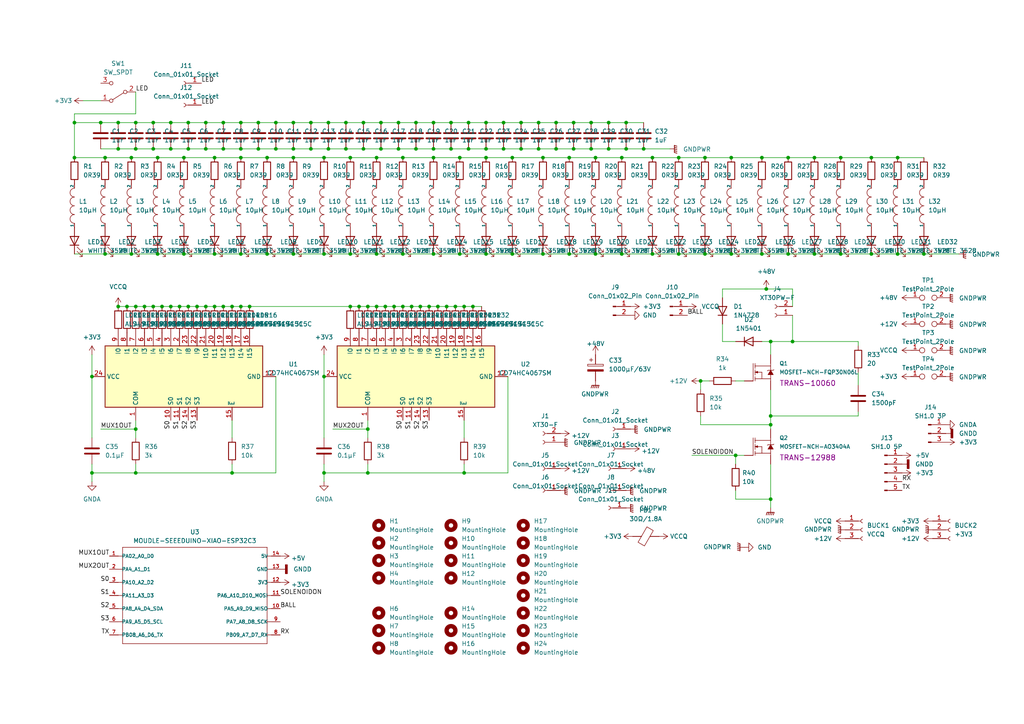
<source format=kicad_sch>
(kicad_sch (version 20230121) (generator eeschema)
  (paper "A4")
  (title_block (title "layer 1 schematic drawing") (date "2024-01-02") (rev "1.1") (company "8076ducc Robotics Competition Team"))
  (junction (at 121.92 88.9))
  (junction (at 171.45 35.56))
  (junction (at 125.73 35.56))
  (junction (at 52.07 88.9))
  (junction (at 137.16 88.9))
  (junction (at 243.84 73.66))
  (junction (at 222.25 83.82))
  (junction (at 116.84 45.72))
  (junction (at 146.05 35.56))
  (junction (at 62.23 88.9))
  (junction (at 100.33 43.18))
  (junction (at 120.65 43.18))
  (junction (at 135.89 43.18))
  (junction (at 106.68 88.9))
  (junction (at 212.09 73.66))
  (junction (at 186.69 43.18))
  (junction (at 54.61 35.56))
  (junction (at 229.87 99.06))
  (junction (at 21.59 45.72))
  (junction (at 59.69 88.9))
  (junction (at 161.29 43.18))
  (junction (at 260.35 73.66))
  (junction (at 64.77 43.18))
  (junction (at 133.35 73.66))
  (junction (at 101.6 88.9))
  (junction (at 125.73 45.72))
  (junction (at 39.37 88.9))
  (junction (at 69.85 35.56))
  (junction (at 140.97 35.56))
  (junction (at 135.89 35.56))
  (junction (at 85.09 35.56))
  (junction (at 124.46 88.9))
  (junction (at 110.49 43.18))
  (junction (at 59.69 43.18))
  (junction (at 204.47 45.72))
  (junction (at 30.48 73.66))
  (junction (at 213.36 132.08))
  (junction (at 116.84 73.66))
  (junction (at 130.81 35.56))
  (junction (at 53.34 73.66))
  (junction (at 26.67 137.16))
  (junction (at 45.72 73.66))
  (junction (at 36.83 88.9))
  (junction (at 39.37 35.56))
  (junction (at 172.72 73.66))
  (junction (at 166.37 35.56))
  (junction (at 212.09 45.72))
  (junction (at 49.53 43.18))
  (junction (at 156.21 35.56))
  (junction (at 228.6 45.72))
  (junction (at 93.98 73.66))
  (junction (at 236.22 73.66))
  (junction (at 77.47 45.72))
  (junction (at 243.84 45.72))
  (junction (at 125.73 73.66))
  (junction (at 180.34 73.66))
  (junction (at 44.45 88.9))
  (junction (at 74.93 43.18))
  (junction (at 148.59 45.72))
  (junction (at 223.52 99.06))
  (junction (at 260.35 45.72))
  (junction (at 116.84 88.9))
  (junction (at 105.41 43.18))
  (junction (at 59.69 35.56))
  (junction (at 105.41 35.56))
  (junction (at 220.98 73.66))
  (junction (at 172.72 45.72))
  (junction (at 69.85 45.72))
  (junction (at 29.21 35.56))
  (junction (at 90.17 35.56))
  (junction (at 134.62 137.16))
  (junction (at 115.57 35.56))
  (junction (at 140.97 45.72))
  (junction (at 120.65 35.56))
  (junction (at 38.1 45.72))
  (junction (at 64.77 88.9))
  (junction (at 95.25 43.18))
  (junction (at 130.81 43.18))
  (junction (at 34.29 43.18))
  (junction (at 67.31 137.16))
  (junction (at 26.67 109.22))
  (junction (at 49.53 35.56))
  (junction (at 85.09 73.66))
  (junction (at 127 88.9))
  (junction (at 151.13 35.56))
  (junction (at 157.48 73.66))
  (junction (at 72.39 88.9))
  (junction (at 67.31 88.9))
  (junction (at 140.97 43.18))
  (junction (at 101.6 45.72))
  (junction (at 57.15 88.9))
  (junction (at 41.91 88.9))
  (junction (at 176.53 35.56))
  (junction (at 85.09 43.18))
  (junction (at 34.29 35.56))
  (junction (at 119.38 88.9))
  (junction (at 223.52 144.78))
  (junction (at 156.21 43.18))
  (junction (at 196.85 45.72))
  (junction (at 104.14 88.9))
  (junction (at 223.52 123.19))
  (junction (at 85.09 45.72))
  (junction (at 45.72 45.72))
  (junction (at 228.6 73.66))
  (junction (at 189.23 73.66))
  (junction (at 74.93 35.56))
  (junction (at 39.37 43.18))
  (junction (at 176.53 43.18))
  (junction (at 236.22 45.72))
  (junction (at 93.98 109.22))
  (junction (at 204.47 73.66))
  (junction (at 106.68 137.16))
  (junction (at 125.73 43.18))
  (junction (at 38.1 73.66))
  (junction (at 80.01 43.18))
  (junction (at 146.05 43.18))
  (junction (at 53.34 45.72))
  (junction (at 223.52 120.65))
  (junction (at 69.85 88.9))
  (junction (at 252.73 73.66))
  (junction (at 133.35 45.72))
  (junction (at 189.23 45.72))
  (junction (at 109.22 73.66))
  (junction (at 62.23 45.72))
  (junction (at 54.61 43.18))
  (junction (at 157.48 45.72))
  (junction (at 171.45 43.18))
  (junction (at 140.97 73.66))
  (junction (at 39.37 124.46))
  (junction (at 111.76 88.9))
  (junction (at 69.85 73.66))
  (junction (at 49.53 88.9))
  (junction (at 34.29 88.9))
  (junction (at 109.22 45.72))
  (junction (at 129.54 88.9))
  (junction (at 220.98 45.72))
  (junction (at 161.29 35.56))
  (junction (at 165.1 45.72))
  (junction (at 46.99 88.9))
  (junction (at 151.13 43.18))
  (junction (at 114.3 88.9))
  (junction (at 54.61 88.9))
  (junction (at 196.85 73.66))
  (junction (at 64.77 35.56))
  (junction (at 95.25 35.56))
  (junction (at 39.37 137.16))
  (junction (at 93.98 137.16))
  (junction (at 203.2 110.49))
  (junction (at 148.59 73.66))
  (junction (at 69.85 43.18))
  (junction (at 62.23 73.66))
  (junction (at 30.48 45.72))
  (junction (at 132.08 88.9))
  (junction (at 90.17 43.18))
  (junction (at 93.98 45.72))
  (junction (at 101.6 73.66))
  (junction (at 44.45 43.18))
  (junction (at 115.57 43.18))
  (junction (at 77.47 73.66))
  (junction (at 110.49 35.56))
  (junction (at 44.45 35.56))
  (junction (at 134.62 88.9))
  (junction (at 267.97 73.66))
  (junction (at 100.33 35.56))
  (junction (at 181.61 35.56))
  (junction (at 165.1 73.66))
  (junction (at 21.59 35.56))
  (junction (at 109.22 88.9))
  (junction (at 166.37 43.18))
  (junction (at 106.68 124.46))
  (junction (at 180.34 45.72))
  (junction (at 181.61 43.18))
  (junction (at 252.73 45.72))
  (junction (at 80.01 35.56))
  (wire (pts (xy 24.13 29.21) (xy 29.21 29.21)))
  (wire (pts (xy 229.87 99.06) (xy 223.52 99.06)))
  (wire (pts (xy 72.39 88.9) (xy 101.6 88.9)))
  (wire (pts (xy 229.87 83.82) (xy 229.87 88.9)))
  (wire (pts (xy 140.97 35.56) (xy 146.05 35.56)))
  (wire (pts (xy 34.29 88.9) (xy 36.83 88.9)))
  (wire (pts (xy 116.84 73.66) (xy 125.73 73.66)))
  (wire (pts (xy 220.98 45.72) (xy 228.6 45.72)))
  (wire (pts (xy 171.45 43.18) (xy 176.53 43.18)))
  (wire (pts (xy 146.05 35.56) (xy 151.13 35.56)))
  (wire (pts (xy 134.62 88.9) (xy 137.16 88.9)))
  (wire (pts (xy 129.54 88.9) (xy 132.08 88.9)))
  (wire (pts (xy 203.2 120.65) (xy 203.2 123.19)))
  (wire (pts (xy 21.59 33.02) (xy 39.37 33.02)))
  (wire (pts (xy 243.84 45.72) (xy 252.73 45.72)))
  (wire (pts (xy 64.77 88.9) (xy 67.31 88.9)))
  (wire (pts (xy 30.48 45.72) (xy 38.1 45.72)))
  (wire (pts (xy 127 88.9) (xy 129.54 88.9)))
  (wire (pts (xy 59.69 43.18) (xy 64.77 43.18)))
  (wire (pts (xy 204.47 45.72) (xy 212.09 45.72)))
  (wire (pts (xy 59.69 88.9) (xy 62.23 88.9)))
  (wire (pts (xy 106.68 121.92) (xy 106.68 124.46)))
  (wire (pts (xy 248.92 120.65) (xy 223.52 120.65)))
  (wire (pts (xy 77.47 45.72) (xy 85.09 45.72)))
  (wire (pts (xy 189.23 73.66) (xy 196.85 73.66)))
  (wire (pts (xy 80.01 137.16) (xy 67.31 137.16)))
  (wire (pts (xy 248.92 99.06) (xy 229.87 99.06)))
  (wire (pts (xy 203.2 110.49) (xy 205.74 110.49)))
  (wire (pts (xy 115.57 35.56) (xy 120.65 35.56)))
  (wire (pts (xy 93.98 109.22) (xy 93.98 127)))
  (wire (pts (xy 147.32 109.22) (xy 147.32 137.16)))
  (wire (pts (xy 213.36 134.62) (xy 213.36 132.08)))
  (wire (pts (xy 203.2 113.03) (xy 203.2 110.49)))
  (wire (pts (xy 109.22 73.66) (xy 116.84 73.66)))
  (wire (pts (xy 212.09 45.72) (xy 220.98 45.72)))
  (wire (pts (xy 137.16 88.9) (xy 139.7 88.9)))
  (wire (pts (xy 54.61 88.9) (xy 57.15 88.9)))
  (wire (pts (xy 21.59 73.66) (xy 30.48 73.66)))
  (wire (pts (xy 212.09 73.66) (xy 220.98 73.66)))
  (wire (pts (xy 260.35 73.66) (xy 267.97 73.66)))
  (wire (pts (xy 39.37 43.18) (xy 44.45 43.18)))
  (wire (pts (xy 38.1 45.72) (xy 45.72 45.72)))
  (wire (pts (xy 161.29 43.18) (xy 166.37 43.18)))
  (wire (pts (xy 156.21 35.56) (xy 161.29 35.56)))
  (wire (pts (xy 196.85 73.66) (xy 204.47 73.66)))
  (wire (pts (xy 260.35 45.72) (xy 267.97 45.72)))
  (wire (pts (xy 157.48 73.66) (xy 165.1 73.66)))
  (wire (pts (xy 29.21 43.18) (xy 34.29 43.18)))
  (wire (pts (xy 120.65 35.56) (xy 125.73 35.56)))
  (wire (pts (xy 171.45 35.56) (xy 176.53 35.56)))
  (wire (pts (xy 53.34 73.66) (xy 62.23 73.66)))
  (wire (pts (xy 124.46 88.9) (xy 127 88.9)))
  (wire (pts (xy 95.25 43.18) (xy 100.33 43.18)))
  (wire (pts (xy 49.53 43.18) (xy 54.61 43.18)))
  (wire (pts (xy 34.29 43.18) (xy 39.37 43.18)))
  (wire (pts (xy 80.01 43.18) (xy 85.09 43.18)))
  (wire (pts (xy 151.13 35.56) (xy 156.21 35.56)))
  (wire (pts (xy 93.98 134.62) (xy 93.98 137.16)))
  (wire (pts (xy 69.85 45.72) (xy 77.47 45.72)))
  (wire (pts (xy 147.32 137.16) (xy 134.62 137.16)))
  (wire (pts (xy 220.98 99.06) (xy 223.52 99.06)))
  (wire (pts (xy 252.73 45.72) (xy 260.35 45.72)))
  (wire (pts (xy 148.59 73.66) (xy 157.48 73.66)))
  (wire (pts (xy 29.21 124.46) (xy 39.37 124.46)))
  (wire (pts (xy 133.35 73.66) (xy 140.97 73.66)))
  (wire (pts (xy 44.45 35.56) (xy 49.53 35.56)))
  (wire (pts (xy 267.97 73.66) (xy 278.13 73.66)))
  (wire (pts (xy 200.66 132.08) (xy 213.36 132.08)))
  (wire (pts (xy 39.37 35.56) (xy 44.45 35.56)))
  (wire (pts (xy 209.55 99.06) (xy 213.36 99.06)))
  (wire (pts (xy 213.36 110.49) (xy 215.9 110.49)))
  (wire (pts (xy 105.41 43.18) (xy 110.49 43.18)))
  (wire (pts (xy 93.98 45.72) (xy 101.6 45.72)))
  (wire (pts (xy 90.17 35.56) (xy 95.25 35.56)))
  (wire (pts (xy 67.31 137.16) (xy 39.37 137.16)))
  (wire (pts (xy 166.37 43.18) (xy 171.45 43.18)))
  (wire (pts (xy 106.68 134.62) (xy 106.68 137.16)))
  (wire (pts (xy 148.59 45.72) (xy 157.48 45.72)))
  (wire (pts (xy 134.62 137.16) (xy 106.68 137.16)))
  (wire (pts (xy 236.22 73.66) (xy 243.84 73.66)))
  (wire (pts (xy 223.52 134.62) (xy 223.52 144.78)))
  (wire (pts (xy 80.01 109.22) (xy 80.01 137.16)))
  (wire (pts (xy 115.57 43.18) (xy 120.65 43.18)))
  (wire (pts (xy 125.73 73.66) (xy 133.35 73.66)))
  (wire (pts (xy 220.98 73.66) (xy 228.6 73.66)))
  (wire (pts (xy 125.73 35.56) (xy 130.81 35.56)))
  (wire (pts (xy 110.49 35.56) (xy 115.57 35.56)))
  (wire (pts (xy 109.22 88.9) (xy 111.76 88.9)))
  (wire (pts (xy 69.85 73.66) (xy 77.47 73.66)))
  (wire (pts (xy 34.29 35.56) (xy 39.37 35.56)))
  (wire (pts (xy 104.14 88.9) (xy 106.68 88.9)))
  (wire (pts (xy 44.45 88.9) (xy 46.99 88.9)))
  (wire (pts (xy 85.09 43.18) (xy 90.17 43.18)))
  (wire (pts (xy 180.34 45.72) (xy 189.23 45.72)))
  (wire (pts (xy 209.55 83.82) (xy 209.55 86.36)))
  (wire (pts (xy 213.36 144.78) (xy 213.36 142.24)))
  (wire (pts (xy 110.49 43.18) (xy 115.57 43.18)))
  (wire (pts (xy 252.73 73.66) (xy 260.35 73.66)))
  (wire (pts (xy 213.36 132.08) (xy 215.9 132.08)))
  (wire (pts (xy 111.76 88.9) (xy 114.3 88.9)))
  (wire (pts (xy 46.99 88.9) (xy 49.53 88.9)))
  (wire (pts (xy 39.37 26.67) (xy 39.37 33.02)))
  (wire (pts (xy 95.25 35.56) (xy 100.33 35.56)))
  (wire (pts (xy 140.97 73.66) (xy 148.59 73.66)))
  (wire (pts (xy 180.34 73.66) (xy 189.23 73.66)))
  (wire (pts (xy 39.37 88.9) (xy 41.91 88.9)))
  (wire (pts (xy 248.92 120.65) (xy 248.92 119.38)))
  (wire (pts (xy 236.22 45.72) (xy 243.84 45.72)))
  (wire (pts (xy 45.72 45.72) (xy 53.34 45.72)))
  (wire (pts (xy 93.98 137.16) (xy 93.98 139.7)))
  (wire (pts (xy 26.67 109.22) (xy 26.67 127)))
  (wire (pts (xy 125.73 43.18) (xy 130.81 43.18)))
  (wire (pts (xy 189.23 45.72) (xy 196.85 45.72)))
  (wire (pts (xy 69.85 43.18) (xy 74.93 43.18)))
  (wire (pts (xy 116.84 88.9) (xy 119.38 88.9)))
  (wire (pts (xy 85.09 35.56) (xy 90.17 35.56)))
  (wire (pts (xy 21.59 35.56) (xy 29.21 35.56)))
  (wire (pts (xy 62.23 88.9) (xy 64.77 88.9)))
  (wire (pts (xy 62.23 45.72) (xy 69.85 45.72)))
  (wire (pts (xy 109.22 45.72) (xy 116.84 45.72)))
  (wire (pts (xy 106.68 137.16) (xy 93.98 137.16)))
  (wire (pts (xy 223.52 144.78) (xy 223.52 147.32)))
  (wire (pts (xy 106.68 124.46) (xy 106.68 127)))
  (wire (pts (xy 26.67 134.62) (xy 26.67 137.16)))
  (wire (pts (xy 100.33 35.56) (xy 105.41 35.56)))
  (wire (pts (xy 204.47 73.66) (xy 212.09 73.66)))
  (wire (pts (xy 85.09 73.66) (xy 93.98 73.66)))
  (wire (pts (xy 101.6 88.9) (xy 104.14 88.9)))
  (wire (pts (xy 100.33 43.18) (xy 105.41 43.18)))
  (wire (pts (xy 196.85 45.72) (xy 204.47 45.72)))
  (wire (pts (xy 69.85 88.9) (xy 72.39 88.9)))
  (wire (pts (xy 77.47 73.66) (xy 85.09 73.66)))
  (wire (pts (xy 229.87 91.44) (xy 229.87 99.06)))
  (wire (pts (xy 64.77 35.56) (xy 69.85 35.56)))
  (wire (pts (xy 105.41 35.56) (xy 110.49 35.56)))
  (wire (pts (xy 140.97 43.18) (xy 146.05 43.18)))
  (wire (pts (xy 69.85 35.56) (xy 74.93 35.56)))
  (wire (pts (xy 151.13 43.18) (xy 156.21 43.18)))
  (wire (pts (xy 29.21 35.56) (xy 34.29 35.56)))
  (wire (pts (xy 21.59 45.72) (xy 30.48 45.72)))
  (wire (pts (xy 54.61 43.18) (xy 59.69 43.18)))
  (wire (pts (xy 222.25 83.82) (xy 229.87 83.82)))
  (wire (pts (xy 140.97 45.72) (xy 148.59 45.72)))
  (wire (pts (xy 134.62 121.92) (xy 134.62 127)))
  (wire (pts (xy 59.69 35.56) (xy 64.77 35.56)))
  (wire (pts (xy 166.37 35.56) (xy 171.45 35.56)))
  (wire (pts (xy 120.65 43.18) (xy 125.73 43.18)))
  (wire (pts (xy 93.98 102.87) (xy 93.98 109.22)))
  (wire (pts (xy 49.53 35.56) (xy 54.61 35.56)))
  (wire (pts (xy 67.31 88.9) (xy 69.85 88.9)))
  (wire (pts (xy 45.72 73.66) (xy 53.34 73.66)))
  (wire (pts (xy 67.31 134.62) (xy 67.31 137.16)))
  (wire (pts (xy 223.52 99.06) (xy 223.52 102.87)))
  (wire (pts (xy 53.34 45.72) (xy 62.23 45.72)))
  (wire (pts (xy 49.53 88.9) (xy 52.07 88.9)))
  (wire (pts (xy 176.53 35.56) (xy 181.61 35.56)))
  (wire (pts (xy 135.89 35.56) (xy 140.97 35.56)))
  (wire (pts (xy 21.59 45.72) (xy 21.59 35.56)))
  (wire (pts (xy 39.37 124.46) (xy 39.37 127)))
  (wire (pts (xy 132.08 88.9) (xy 134.62 88.9)))
  (wire (pts (xy 209.55 93.98) (xy 209.55 99.06)))
  (wire (pts (xy 223.52 123.19) (xy 223.52 124.46)))
  (wire (pts (xy 203.2 123.19) (xy 223.52 123.19)))
  (wire (pts (xy 135.89 43.18) (xy 140.97 43.18)))
  (wire (pts (xy 74.93 35.56) (xy 80.01 35.56)))
  (wire (pts (xy 243.84 73.66) (xy 252.73 73.66)))
  (wire (pts (xy 228.6 73.66) (xy 236.22 73.66)))
  (wire (pts (xy 67.31 121.92) (xy 67.31 127)))
  (wire (pts (xy 172.72 73.66) (xy 180.34 73.66)))
  (wire (pts (xy 64.77 43.18) (xy 69.85 43.18)))
  (wire (pts (xy 74.93 43.18) (xy 80.01 43.18)))
  (wire (pts (xy 223.52 144.78) (xy 213.36 144.78)))
  (wire (pts (xy 130.81 35.56) (xy 135.89 35.56)))
  (wire (pts (xy 165.1 45.72) (xy 172.72 45.72)))
  (wire (pts (xy 248.92 107.95) (xy 248.92 111.76)))
  (wire (pts (xy 125.73 45.72) (xy 133.35 45.72)))
  (wire (pts (xy 146.05 43.18) (xy 151.13 43.18)))
  (wire (pts (xy 130.81 43.18) (xy 135.89 43.18)))
  (wire (pts (xy 21.59 35.56) (xy 21.59 33.02)))
  (wire (pts (xy 114.3 88.9) (xy 116.84 88.9)))
  (wire (pts (xy 96.52 124.46) (xy 106.68 124.46)))
  (wire (pts (xy 165.1 73.66) (xy 172.72 73.66)))
  (wire (pts (xy 101.6 45.72) (xy 109.22 45.72)))
  (wire (pts (xy 26.67 102.87) (xy 26.67 109.22)))
  (wire (pts (xy 39.37 134.62) (xy 39.37 137.16)))
  (wire (pts (xy 85.09 45.72) (xy 93.98 45.72)))
  (wire (pts (xy 157.48 45.72) (xy 165.1 45.72)))
  (wire (pts (xy 26.67 137.16) (xy 26.67 139.7)))
  (wire (pts (xy 181.61 35.56) (xy 186.69 35.56)))
  (wire (pts (xy 41.91 88.9) (xy 44.45 88.9)))
  (wire (pts (xy 30.48 73.66) (xy 38.1 73.66)))
  (wire (pts (xy 93.98 73.66) (xy 101.6 73.66)))
  (wire (pts (xy 209.55 83.82) (xy 222.25 83.82)))
  (wire (pts (xy 181.61 43.18) (xy 186.69 43.18)))
  (wire (pts (xy 248.92 99.06) (xy 248.92 100.33)))
  (wire (pts (xy 223.52 120.65) (xy 223.52 123.19)))
  (wire (pts (xy 36.83 88.9) (xy 39.37 88.9)))
  (wire (pts (xy 156.21 43.18) (xy 161.29 43.18)))
  (wire (pts (xy 116.84 45.72) (xy 125.73 45.72)))
  (wire (pts (xy 54.61 35.56) (xy 59.69 35.56)))
  (wire (pts (xy 172.72 45.72) (xy 180.34 45.72)))
  (wire (pts (xy 57.15 88.9) (xy 59.69 88.9)))
  (wire (pts (xy 44.45 43.18) (xy 49.53 43.18)))
  (wire (pts (xy 80.01 35.56) (xy 85.09 35.56)))
  (wire (pts (xy 134.62 134.62) (xy 134.62 137.16)))
  (wire (pts (xy 38.1 73.66) (xy 45.72 73.66)))
  (wire (pts (xy 161.29 35.56) (xy 166.37 35.56)))
  (wire (pts (xy 39.37 137.16) (xy 26.67 137.16)))
  (wire (pts (xy 39.37 121.92) (xy 39.37 124.46)))
  (wire (pts (xy 186.69 43.18) (xy 194.31 43.18)))
  (wire (pts (xy 176.53 43.18) (xy 181.61 43.18)))
  (wire (pts (xy 101.6 73.66) (xy 109.22 73.66)))
  (wire (pts (xy 106.68 88.9) (xy 109.22 88.9)))
  (wire (pts (xy 133.35 45.72) (xy 140.97 45.72)))
  (wire (pts (xy 119.38 88.9) (xy 121.92 88.9)))
  (wire (pts (xy 62.23 73.66) (xy 69.85 73.66)))
  (wire (pts (xy 52.07 88.9) (xy 54.61 88.9)))
  (wire (pts (xy 228.6 45.72) (xy 236.22 45.72)))
  (wire (pts (xy 90.17 43.18) (xy 95.25 43.18)))
  (wire (pts (xy 121.92 88.9) (xy 124.46 88.9)))
  (wire (pts (xy 223.52 113.03) (xy 223.52 120.65)))
  (label "MUX1OUT" (at 31.75 161.29 180))
  (label "LED" (at 39.37 26.67 0))
  (label "S3" (at 124.46 121.92 270))
  (label "MUX2OUT" (at 96.52 124.46 0))
  (label "TX" (at 261.62 142.24 0))
  (label "S1" (at 52.07 121.92 270))
  (label "S0" (at 116.84 121.92 270))
  (label "S1" (at 119.38 121.92 270))
  (label "MUX2OUT" (at 31.75 165.1 180))
  (label "S3" (at 31.75 180.34 180))
  (label "BALL" (at 81.28 176.53 0))
  (label "S0" (at 31.75 168.91 180))
  (label "RX" (at 261.62 139.7 0))
  (label "S3" (at 57.15 121.92 270))
  (label "SOLENOIDON" (at 200.66 132.08 0))
  (label "S0" (at 49.53 121.92 270))
  (label "LED" (at 58.42 30.48 0))
  (label "LED" (at 58.42 24.13 0))
  (label "RX" (at 81.28 184.15 0))
  (label "BALL" (at 199.39 91.44 0))
  (label "MUX1OUT" (at 29.21 124.46 0))
  (label "S2" (at 31.75 176.53 180))
  (label "S2" (at 54.61 121.92 270))
  (label "S1" (at 31.75 172.72 180))
  (label "TX" (at 31.75 184.15 180))
  (label "SOLENOIDON" (at 81.28 172.72 0))
  (label "S2" (at 121.92 121.92 270))
  (symbol (lib_id "Device:R") (at 134.62 130.81 0) (unit 1)
    (property "Reference" "R39" (at 137.16 129.5399 0) (effects (justify left)))
    (property "Value" "10k" (at 137.16 132.0799 0) (effects (justify left)))
    (property "Footprint" "Resistor_SMD:R_0603_1608Metric" (effects hide))
  )
  (symbol (lib_id "Mechanical:MountingHole") (at 130.81 182.88 0) (unit 1)
    (property "Reference" "H15" (at 133.858 181.6099 0) (effects (justify left)))
    (property "Value" "MountingHole" (at 133.858 184.1499 0) (effects (justify left)))
    (property "Footprint" "MountingHole:MountingHole_3.2mm_M3_Pad" (effects hide))
  )
  (symbol (lib_id "Device:R") (at 248.92 104.14 0) (unit 1)
    (property "Reference" "R33" (at 251.46 102.8699 0) (effects (justify left)))
    (property "Value" "20" (at 251.46 105.4099 0) (effects (justify left)))
    (property "Footprint" "Resistor_SMD:R_0603_1608Metric" (effects hide))
  )
  (symbol (lib_name "VCCQ_3") (lib_id "power:VCCQ") (at 264.16 101.6 90) (unit 1)
    (property "Reference" "#PWR034" (effects hide))
    (property "Value" "VCCQ" (at 260.35 101.6 90) (effects (justify left)))
  )
  (symbol (lib_id "Device:R") (at 148.59 49.53 0) (unit 1)
    (property "Reference" "R17" (at 151.13 48.2599 0) (effects (justify left)))
    (property "Value" "0R39" (at 151.13 50.7999 0) (effects (justify left)))
    (property "Footprint" "Resistor_SMD:R_0603_1608Metric" (effects hide))
  )
  (symbol (lib_id "Connector:TestPoint_2Pole") (at 269.24 86.36 0) (unit 1)
    (property "Reference" "TP1" (at 269.24 81.28 0))
    (property "Value" "TestPoint_2Pole" (at 269.24 83.82 0))
    (property "Footprint" "TestPoint:TestPoint_2Pads_Pitch2.54mm_Drill0.8mm" (effects hide))
  )
  (symbol (lib_id "74xx:CD74HC4067SM") (at 52.07 109.22 90) (unit 1)
    (property "Reference" "U1" (at 85.09 105.6386 90))
    (property "Value" "CD74HC4067SM" (at 85.09 108.1786 90))
    (property "Footprint" "Package_SO:SOIC-24W_7.5x15.4mm_P1.27mm" (effects hide))
    (property "Datasheet" "http://www.ti.com/lit/ds/symlink/cd74hc4067.pdf" (effects hide))
  )
  (symbol (lib_id "Device:LED") (at 228.6 69.85 90) (unit 1)
    (property "Reference" "LED27" (at 232.41 70.1674 90) (effects (justify right)))
    (property "Value" "WHITE 3528" (at 232.41 72.7074 90) (effects (justify right)))
    (property "Footprint" "Capacitor_Tantalum_SMD:CP_EIA-3528-12_Kemet-T" (effects hide))
  )
  (symbol (lib_id "Device:R") (at 203.2 116.84 0) (unit 1)
    (property "Reference" "R35" (at 205.74 115.5699 0) (effects (justify left)))
    (property "Value" "10k" (at 205.74 118.1099 0) (effects (justify left)))
    (property "Footprint" "Resistor_SMD:R_0603_1608Metric" (effects hide))
  )
  (symbol (lib_id "Device:R") (at 157.48 49.53 0) (unit 1)
    (property "Reference" "R18" (at 160.02 48.2599 0) (effects (justify left)))
    (property "Value" "0R39" (at 160.02 50.7999 0) (effects (justify left)))
    (property "Footprint" "Resistor_SMD:R_0603_1608Metric" (effects hide))
  )
  (symbol (lib_id "Mechanical:MountingHole") (at 109.855 152.4 0) (unit 1)
    (property "Reference" "H1" (at 112.903 151.1299 0) (effects (justify left)))
    (property "Value" "MountingHole" (at 112.903 153.6699 0) (effects (justify left)))
    (property "Footprint" "MountingHole:MountingHole_3.2mm_M3_Pad" (effects hide))
  )
  (symbol (lib_id "Device:R") (at 59.69 92.71 0) (unit 1)
    (property "Reference" "LDR11" (at 61.595 91.4399 0) (effects (justify left)))
    (property "Value" "ALS-PT19-315C" (at 61.595 93.9799 0) (effects (justify left)))
    (property "Footprint" "Diode_SMD:D_0603_1608Metric" (effects hide))
  )
  (symbol (lib_id "Connector:Conn_01x03_Female") (at 250.19 153.67 0) (unit 1)
    (property "Reference" "BUCK1" (at 251.46 152.4 0) (effects (justify left)))
    (property "Value" "VCCQ" (at 251.46 154.94 0) (effects (justify left)))
    (property "Footprint" "Connector_PinSocket_2.54mm:PinSocket_1x03_P2.54mm_Horizontal" (effects hide))
  )
  (symbol (lib_name "VCCQ_2") (lib_id "power:VCCQ") (at 245.11 151.13 90) (unit 1)
    (property "Reference" "#PWR019" (effects hide))
    (property "Value" "VCCQ" (at 241.3 151.13 90) (effects (justify left)))
  )
  (symbol (lib_id "Device:R") (at 209.55 110.49 90) (unit 1)
    (property "Reference" "R34" (at 209.55 104.14 90))
    (property "Value" "1k" (at 209.55 106.68 90))
    (property "Footprint" "Resistor_SMD:R_0603_1608Metric" (effects hide))
  )
  (symbol (lib_id "Device:LED") (at 148.59 69.85 90) (unit 1)
    (property "Reference" "LED17" (at 152.4 70.1674 90) (effects (justify right)))
    (property "Value" "WHITE 3528" (at 152.4 72.7074 90) (effects (justify right)))
    (property "Footprint" "Capacitor_Tantalum_SMD:CP_EIA-3528-12_Kemet-T" (effects hide))
  )
  (symbol (lib_id "Connector:Conn_01x05_Pin") (at 256.54 137.16 0) (unit 1)
    (property "Reference" "J13" (at 257.175 127 0))
    (property "Value" "SH1.0 5P" (at 257.175 129.54 0))
    (property "Footprint" "Connector_JST:JST_SH_BM05B-SRSS-TB_1x05-1MP_P1.00mm_Vertical" (effects hide))
  )
  (symbol (lib_name "VCCQ_4") (lib_id "power:VCCQ") (at 191.135 155.575 270) (unit 1)
    (property "Reference" "#PWR046" (effects hide))
    (property "Value" "VCCQ" (at 194.31 155.575 90) (effects (justify left)))
  )
  (symbol (lib_id "Device:LED") (at 260.35 69.85 90) (unit 1)
    (property "Reference" "LED31" (at 264.16 70.1674 90) (effects (justify right)))
    (property "Value" "WHITE 3528" (at 264.16 72.7074 90) (effects (justify right)))
    (property "Footprint" "Capacitor_Tantalum_SMD:CP_EIA-3528-12_Kemet-T" (effects hide))
  )
  (symbol (lib_id "Device:C_Polarized") (at 172.72 106.68 0) (unit 1)
    (property "Reference" "C33" (at 176.53 104.5209 0) (effects (justify left)))
    (property "Value" "1000µF/63V" (at 176.53 107.0609 0) (effects (justify left)))
    (property "Footprint" "Capacitor_THT:CP_Radial_D16.0mm_P7.50mm" (effects hide))
  )
  (symbol (lib_name "+48V_2") (lib_id "power:+48V") (at 264.16 86.36 90) (unit 1)
    (property "Reference" "#PWR030" (effects hide))
    (property "Value" "+48V" (at 260.35 86.36 90) (effects (justify left)))
  )
  (symbol (lib_id "Device:LED") (at 157.48 69.85 90) (unit 1)
    (property "Reference" "LED18" (at 161.29 70.1674 90) (effects (justify right)))
    (property "Value" "WHITE 3528" (at 161.29 72.7074 90) (effects (justify right)))
    (property "Footprint" "Capacitor_Tantalum_SMD:CP_EIA-3528-12_Kemet-T" (effects hide))
  )
  (symbol (lib_id "Device:C") (at 115.57 39.37 0) (unit 1)
    (property "Reference" "C18" (at 118.745 38.0999 0) (effects (justify left)))
    (property "Value" "1uF" (at 118.745 40.6399 0) (effects (justify left)))
    (property "Footprint" "Capacitor_SMD:C_0603_1608Metric" (effects hide))
  )
  (symbol (lib_id "power:GNDPWR") (at 270.51 153.67 270) (unit 1)
    (property "Reference" "#PWR022" (effects hide))
    (property "Value" "GNDPWR" (at 266.7 153.543 90) (effects (justify right)))
  )
  (symbol (lib_id "Device:LED") (at 85.09 69.85 90) (unit 1)
    (property "Reference" "LED9" (at 88.9 70.1674 90) (effects (justify right)))
    (property "Value" "WHITE 3528" (at 88.9 72.7074 90) (effects (justify right)))
    (property "Footprint" "Capacitor_Tantalum_SMD:CP_EIA-3528-12_Kemet-T" (effects hide))
  )
  (symbol (lib_id "Device:R") (at 109.22 92.71 0) (unit 1)
    (property "Reference" "LDR20" (at 111.125 91.4399 0) (effects (justify left)))
    (property "Value" "ALS-PT19-315C" (at 111.125 93.9799 0) (effects (justify left)))
    (property "Footprint" "Diode_SMD:D_0603_1608Metric" (effects hide))
  )
  (symbol (lib_id "Mechanical:MountingHole") (at 151.765 187.96 0) (unit 1)
    (property "Reference" "H24" (at 154.813 186.6899 0) (effects (justify left)))
    (property "Value" "MountingHole" (at 154.813 189.2299 0) (effects (justify left)))
    (property "Footprint" "MountingHole:MountingHole_3.2mm_M3_Pad" (effects hide))
  )
  (symbol (lib_id "Device:C") (at 39.37 39.37 0) (unit 1)
    (property "Reference" "C3" (at 42.545 38.0999 0) (effects (justify left)))
    (property "Value" "1uF" (at 42.545 40.6399 0) (effects (justify left)))
    (property "Footprint" "Capacitor_SMD:C_0603_1608Metric" (effects hide))
  )
  (symbol (lib_id "Device:C") (at 110.49 39.37 0) (unit 1)
    (property "Reference" "C17" (at 113.665 38.0999 0) (effects (justify left)))
    (property "Value" "1uF" (at 113.665 40.6399 0) (effects (justify left)))
    (property "Footprint" "Capacitor_SMD:C_0603_1608Metric" (effects hide))
  )
  (symbol (lib_id "Device:R") (at 34.29 92.71 0) (unit 1)
    (property "Reference" "LDR1" (at 36.195 91.4399 0) (effects (justify left)))
    (property "Value" "ALS-PT19-315C" (at 36.195 93.9799 0) (effects (justify left)))
    (property "Footprint" "Diode_SMD:D_0603_1608Metric" (effects hide))
  )
  (symbol (lib_id "Device:LED") (at 38.1 69.85 90) (unit 1)
    (property "Reference" "LED3" (at 41.91 70.1674 90) (effects (justify right)))
    (property "Value" "WHITE 3528" (at 41.91 72.7074 90) (effects (justify right)))
    (property "Footprint" "Capacitor_Tantalum_SMD:CP_EIA-3528-12_Kemet-T" (effects hide))
  )
  (symbol (lib_id "Device:R") (at 267.97 49.53 0) (unit 1)
    (property "Reference" "R32" (at 270.51 48.2599 0) (effects (justify left)))
    (property "Value" "0R39" (at 270.51 50.7999 0) (effects (justify left)))
    (property "Footprint" "Resistor_SMD:R_0603_1608Metric" (effects hide))
  )
  (symbol (lib_id "Device:C") (at 95.25 39.37 0) (unit 1)
    (property "Reference" "C14" (at 98.425 38.0999 0) (effects (justify left)))
    (property "Value" "1uF" (at 98.425 40.6399 0) (effects (justify left)))
    (property "Footprint" "Capacitor_SMD:C_0603_1608Metric" (effects hide))
  )
  (symbol (lib_id "Device:LED") (at 212.09 69.85 90) (unit 1)
    (property "Reference" "LED25" (at 215.9 70.1674 90) (effects (justify right)))
    (property "Value" "WHITE 3528" (at 215.9 72.7074 90) (effects (justify right)))
    (property "Footprint" "Capacitor_Tantalum_SMD:CP_EIA-3528-12_Kemet-T" (effects hide))
  )
  (symbol (lib_id "power:GNDD") (at 274.32 125.73 90) (unit 1)
    (property "Reference" "#PWR045" (effects hide))
    (property "Value" "GNDD" (at 278.13 125.73 90) (effects (justify right)))
  )
  (symbol (lib_id "Mechanical:MountingHole") (at 151.765 182.88 0) (unit 1)
    (property "Reference" "H23" (at 154.813 181.6099 0) (effects (justify left)))
    (property "Value" "MountingHole" (at 154.813 184.1499 0) (effects (justify left)))
    (property "Footprint" "MountingHole:MountingHole_3.2mm_M3_Pad" (effects hide))
  )
  (symbol (lib_id "Device:R") (at 54.61 92.71 0) (unit 1)
    (property "Reference" "LDR9" (at 56.515 91.4399 0) (effects (justify left)))
    (property "Value" "ALS-PT19-315C" (at 56.515 93.9799 0) (effects (justify left)))
    (property "Footprint" "Diode_SMD:D_0603_1608Metric" (effects hide))
  )
  (symbol (lib_id "Device:C") (at 69.85 39.37 0) (unit 1)
    (property "Reference" "C9" (at 73.025 38.0999 0) (effects (justify left)))
    (property "Value" "1uF" (at 73.025 40.6399 0) (effects (justify left)))
    (property "Footprint" "Capacitor_SMD:C_0603_1608Metric" (effects hide))
  )
  (symbol (lib_id "Device:LED") (at 109.22 69.85 90) (unit 1)
    (property "Reference" "LED12" (at 113.03 70.1674 90) (effects (justify right)))
    (property "Value" "WHITE 3528" (at 113.03 72.7074 90) (effects (justify right)))
    (property "Footprint" "Capacitor_Tantalum_SMD:CP_EIA-3528-12_Kemet-T" (effects hide))
  )
  (symbol (lib_name "VCCQ_1") (lib_id "power:VCCQ") (at 199.39 88.9 270) (unit 1)
    (property "Reference" "#PWR028" (effects hide))
    (property "Value" "VCCQ" (at 203.454 88.9 90) (effects (justify left)))
  )
  (symbol (lib_id "Device:R") (at 196.85 49.53 0) (unit 1)
    (property "Reference" "R23" (at 199.39 48.2599 0) (effects (justify left)))
    (property "Value" "0R39" (at 199.39 50.7999 0) (effects (justify left)))
    (property "Footprint" "Resistor_SMD:R_0603_1608Metric" (effects hide))
  )
  (symbol (lib_id "Device:R") (at 41.91 92.71 0) (unit 1)
    (property "Reference" "LDR4" (at 43.815 91.4399 0) (effects (justify left)))
    (property "Value" "ALS-PT19-315C" (at 43.815 93.9799 0) (effects (justify left)))
    (property "Footprint" "Diode_SMD:D_0603_1608Metric" (effects hide))
  )
  (symbol (lib_name "GNDA_1") (lib_id "power:GNDA") (at 274.32 123.19 90) (unit 1)
    (property "Reference" "#PWR044" (effects hide))
    (property "Value" "GNDA" (at 278.13 123.19 90) (effects (justify right)))
  )
  (symbol (lib_id "power:GNDA") (at 93.98 139.7 0) (unit 1)
    (property "Reference" "#PWR07" (effects hide))
    (property "Value" "GNDA" (at 93.98 144.78 0))
  )
  (symbol (lib_id "pspice:INDUCTOR") (at 220.98 59.69 90) (unit 1)
    (property "Reference" "L26" (at 222.25 58.42 90) (effects (justify right)))
    (property "Value" "10µH" (at 222.25 60.96 90) (effects (justify right)))
    (property "Footprint" "Inductor_SMD:L_0805_2012Metric" (effects hide))
  )
  (symbol (lib_id "Device:R") (at 260.35 49.53 0) (unit 1)
    (property "Reference" "R31" (at 262.89 48.2599 0) (effects (justify left)))
    (property "Value" "0R39" (at 262.89 50.7999 0) (effects (justify left)))
    (property "Footprint" "Resistor_SMD:R_0603_1608Metric" (effects hide))
  )
  (symbol (lib_id "Device:LED") (at 116.84 69.85 90) (unit 1)
    (property "Reference" "LED13" (at 120.65 70.1674 90) (effects (justify right)))
    (property "Value" "WHITE 3528" (at 120.65 72.7074 90) (effects (justify right)))
    (property "Footprint" "Capacitor_Tantalum_SMD:CP_EIA-3528-12_Kemet-T" (effects hide))
  )
  (symbol (lib_id "pspice:INDUCTOR") (at 93.98 59.69 90) (unit 1)
    (property "Reference" "L10" (at 95.25 58.42 90) (effects (justify right)))
    (property "Value" "10µH" (at 95.25 60.96 90) (effects (justify right)))
    (property "Footprint" "Inductor_SMD:L_0805_2012Metric" (effects hide))
  )
  (symbol (lib_id "power:GNDPWR") (at 274.32 93.98 90) (unit 1)
    (property "Reference" "#PWR035" (effects hide))
    (property "Value" "GNDPWR" (at 278.13 94.107 90) (effects (justify right)))
  )
  (symbol (lib_id "pspice:INDUCTOR") (at 133.35 59.69 90) (unit 1)
    (property "Reference" "L15" (at 134.62 58.42 90) (effects (justify right)))
    (property "Value" "10µH" (at 134.62 60.96 90) (effects (justify right)))
    (property "Footprint" "Inductor_SMD:L_0805_2012Metric" (effects hide))
  )
  (symbol (lib_name "+3V3_4") (lib_id "power:+3V3") (at 183.515 155.575 90) (unit 1)
    (property "Reference" "#PWR047" (effects hide))
    (property "Value" "+3V3" (at 180.34 155.575 90) (effects (justify left)))
  )
  (symbol (lib_id "pspice:INDUCTOR") (at 267.97 59.69 90) (unit 1)
    (property "Reference" "L32" (at 269.24 58.42 90) (effects (justify right)))
    (property "Value" "10µH" (at 269.24 60.96 90) (effects (justify right)))
    (property "Footprint" "Inductor_SMD:L_0805_2012Metric" (effects hide))
  )
  (symbol (lib_id "power:+3V3") (at 26.67 102.87 0) (unit 1)
    (property "Reference" "#PWR03" (effects hide))
    (property "Value" "+3V3" (at 26.67 97.79 0))
  )
  (symbol (lib_name "+12V_3") (lib_id "power:+12V") (at 264.16 93.98 90) (unit 1)
    (property "Reference" "#PWR032" (effects hide))
    (property "Value" "+12V" (at 260.35 93.98 90) (effects (justify left)))
  )
  (symbol (lib_id "Mechanical:MountingHole") (at 130.81 187.96 0) (unit 1)
    (property "Reference" "H16" (at 133.858 186.6899 0) (effects (justify left)))
    (property "Value" "MountingHole" (at 133.858 189.2299 0) (effects (justify left)))
    (property "Footprint" "MountingHole:MountingHole_3.2mm_M3_Pad" (effects hide))
  )
  (symbol (lib_id "Mechanical:MountingHole") (at 109.855 157.48 0) (unit 1)
    (property "Reference" "H2" (at 112.903 156.2099 0) (effects (justify left)))
    (property "Value" "MountingHole" (at 112.903 158.7499 0) (effects (justify left)))
    (property "Footprint" "MountingHole:MountingHole_3.2mm_M3_Pad" (effects hide))
  )
  (symbol (lib_name "+12V_1") (lib_id "power:+12V") (at 182.88 130.175 270) (unit 1)
    (property "Reference" "#PWR029" (effects hide))
    (property "Value" "+12V" (at 186.055 130.81 90) (effects (justify left)))
  )
  (symbol (lib_name "+12V_1") (lib_id "power:+12V") (at 162.56 125.73 270) (unit 1)
    (property "Reference" "#PWR017" (effects hide))
    (property "Value" "+12V" (at 165.735 126.365 90) (effects (justify left)))
  )
  (symbol (lib_id "Device:C") (at 146.05 39.37 0) (unit 1)
    (property "Reference" "C24" (at 149.225 38.0999 0) (effects (justify left)))
    (property "Value" "1uF" (at 149.225 40.6399 0) (effects (justify left)))
    (property "Footprint" "Capacitor_SMD:C_0603_1608Metric" (effects hide))
  )
  (symbol (lib_id "Device:R") (at 129.54 92.71 0) (unit 1)
    (property "Reference" "LDR28" (at 131.445 91.4399 0) (effects (justify left)))
    (property "Value" "ALS-PT19-315C" (at 131.445 93.9799 0) (effects (justify left)))
    (property "Footprint" "Diode_SMD:D_0603_1608Metric" (effects hide))
  )
  (symbol (lib_id "Device:R") (at 52.07 92.71 0) (unit 1)
    (property "Reference" "LDR8" (at 53.975 91.4399 0) (effects (justify left)))
    (property "Value" "ALS-PT19-315C" (at 53.975 93.9799 0) (effects (justify left)))
    (property "Footprint" "Diode_SMD:D_0603_1608Metric" (effects hide))
  )
  (symbol (lib_id "Device:LED") (at 101.6 69.85 90) (unit 1)
    (property "Reference" "LED11" (at 105.41 70.1674 90) (effects (justify right)))
    (property "Value" "WHITE 3528" (at 105.41 72.7074 90) (effects (justify right)))
    (property "Footprint" "Capacitor_Tantalum_SMD:CP_EIA-3528-12_Kemet-T" (effects hide))
  )
  (symbol (lib_id "power:GNDPWR") (at 278.13 73.66 90) (unit 1)
    (property "Reference" "#PWR041" (effects hide))
    (property "Value" "GNDPWR" (at 281.94 73.787 90) (effects (justify right)))
  )
  (symbol (lib_id "Device:LED") (at 133.35 69.85 90) (unit 1)
    (property "Reference" "LED15" (at 137.16 70.1674 90) (effects (justify right)))
    (property "Value" "WHITE 3528" (at 137.16 72.7074 90) (effects (justify right)))
    (property "Footprint" "Capacitor_Tantalum_SMD:CP_EIA-3528-12_Kemet-T" (effects hide))
  )
  (symbol (lib_id "Mechanical:MountingHole") (at 130.81 152.4 0) (unit 1)
    (property "Reference" "H9" (at 133.858 151.1299 0) (effects (justify left)))
    (property "Value" "MountingHole" (at 133.858 153.6699 0) (effects (justify left)))
    (property "Footprint" "MountingHole:MountingHole_3.2mm_M3_Pad" (effects hide))
  )
  (symbol (lib_id "power:GNDPWR") (at 223.52 147.32 0) (unit 1)
    (property "Reference" "#PWR08" (effects hide))
    (property "Value" "GNDPWR" (at 223.393 151.13 0))
  )
  (symbol (lib_id "pspice:INDUCTOR") (at 196.85 59.69 90) (unit 1)
    (property "Reference" "L23" (at 198.12 58.42 90) (effects (justify right)))
    (property "Value" "10µH" (at 198.12 60.96 90) (effects (justify right)))
    (property "Footprint" "Inductor_SMD:L_0805_2012Metric" (effects hide))
  )
  (symbol (lib_id "Device:R") (at 125.73 49.53 0) (unit 1)
    (property "Reference" "R14" (at 128.27 48.2599 0) (effects (justify left)))
    (property "Value" "0R39" (at 128.27 50.7999 0) (effects (justify left)))
    (property "Footprint" "Resistor_SMD:R_0603_1608Metric" (effects hide))
  )
  (symbol (lib_id "Device:R") (at 46.99 92.71 0) (unit 1)
    (property "Reference" "LDR6" (at 48.895 91.4399 0) (effects (justify left)))
    (property "Value" "ALS-PT19-315C" (at 48.895 93.9799 0) (effects (justify left)))
    (property "Footprint" "Diode_SMD:D_0603_1608Metric" (effects hide))
  )
  (symbol (lib_id "Mechanical:MountingHole") (at 151.765 172.72 0) (unit 1)
    (property "Reference" "H21" (at 154.813 171.4499 0) (effects (justify left)))
    (property "Value" "MountingHole" (at 154.813 173.9899 0) (effects (justify left)))
    (property "Footprint" "MountingHole:MountingHole_3.2mm_M3_Pad" (effects hide))
  )
  (symbol (lib_id "power:+12V") (at 203.2 110.49 90) (unit 1)
    (property "Reference" "#PWR012" (effects hide))
    (property "Value" "+12V" (at 199.39 110.4899 90) (effects (justify left)))
  )
  (symbol (lib_id "power:+3V3") (at 81.28 168.91 270) (unit 1)
    (property "Reference" "#PWR011" (effects hide))
    (property "Value" "+3V3" (at 84.455 169.545 90) (effects (justify left)))
  )
  (symbol (lib_id "Device:LED") (at 165.1 69.85 90) (unit 1)
    (property "Reference" "LED19" (at 168.91 70.1674 90) (effects (justify right)))
    (property "Value" "WHITE 3528" (at 168.91 72.7074 90) (effects (justify right)))
    (property "Footprint" "Capacitor_Tantalum_SMD:CP_EIA-3528-12_Kemet-T" (effects hide))
  )
  (symbol (lib_id "pspice:INDUCTOR") (at 243.84 59.69 90) (unit 1)
    (property "Reference" "L29" (at 245.11 58.42 90) (effects (justify right)))
    (property "Value" "10µH" (at 245.11 60.96 90) (effects (justify right)))
    (property "Footprint" "Inductor_SMD:L_0805_2012Metric" (effects hide))
  )
  (symbol (lib_id "Connector:TestPoint_2Pole") (at 269.24 109.22 0) (unit 1)
    (property "Reference" "TP4" (at 269.24 104.14 0))
    (property "Value" "TestPoint_2Pole" (at 269.24 106.68 0))
    (property "Footprint" "TestPoint:TestPoint_2Pads_Pitch2.54mm_Drill0.8mm" (effects hide))
  )
  (symbol (lib_id "pspice:INDUCTOR") (at 53.34 59.69 90) (unit 1)
    (property "Reference" "L5" (at 54.61 58.42 90) (effects (justify right)))
    (property "Value" "10µH" (at 54.61 60.96 90) (effects (justify right)))
    (property "Footprint" "Inductor_SMD:L_0805_2012Metric" (effects hide))
  )
  (symbol (lib_id "power:GNDD") (at 81.28 165.1 90) (unit 1)
    (property "Reference" "#PWR010" (effects hide))
    (property "Value" "GNDD" (at 85.09 165.1 90) (effects (justify right)))
  )
  (symbol (lib_id "pspice:INDUCTOR") (at 30.48 59.69 90) (unit 1)
    (property "Reference" "L2" (at 31.75 58.42 90) (effects (justify right)))
    (property "Value" "10µH" (at 31.75 60.96 90) (effects (justify right)))
    (property "Footprint" "Inductor_SMD:L_0805_2012Metric" (effects hide))
  )
  (symbol (lib_id "power:GNDPWR") (at 162.56 142.24 90) (unit 1)
    (property "Reference" "#PWR015" (effects hide))
    (property "Value" "GNDPWR" (at 166.37 142.367 90) (effects (justify right)))
  )
  (symbol (lib_id "Device:R") (at 180.34 49.53 0) (unit 1)
    (property "Reference" "R21" (at 182.88 48.2599 0) (effects (justify left)))
    (property "Value" "0R39" (at 182.88 50.7999 0) (effects (justify left)))
    (property "Footprint" "Resistor_SMD:R_0603_1608Metric" (effects hide))
  )
  (symbol (lib_id "Device:R") (at 189.23 49.53 0) (unit 1)
    (property "Reference" "R22" (at 191.77 48.2599 0) (effects (justify left)))
    (property "Value" "0R39" (at 191.77 50.7999 0) (effects (justify left)))
    (property "Footprint" "Resistor_SMD:R_0603_1608Metric" (effects hide))
  )
  (symbol (lib_id "74xx:CD74HC4067SM") (at 119.38 109.22 90) (unit 1)
    (property "Reference" "U2" (at 152.4 105.6386 90))
    (property "Value" "CD74HC4067SM" (at 152.4 108.1786 90))
    (property "Footprint" "Package_SO:SOIC-24W_7.5x15.4mm_P1.27mm" (effects hide))
    (property "Datasheet" "http://www.ti.com/lit/ds/symlink/cd74hc4067.pdf" (effects hide))
  )
  (symbol (lib_name "+3V3_1") (lib_id "power:+3V3") (at 182.88 88.9 270) (unit 1)
    (property "Reference" "#PWR026" (effects hide))
    (property "Value" "+3V3" (at 186.436 88.9 90) (effects (justify left)))
  )
  (symbol (lib_id "Device:C") (at 74.93 39.37 0) (unit 1)
    (property "Reference" "C10" (at 78.105 38.0999 0) (effects (justify left)))
    (property "Value" "1uF" (at 78.105 40.6399 0) (effects (justify left)))
    (property "Footprint" "Capacitor_SMD:C_0603_1608Metric" (effects hide))
  )
  (symbol (lib_id "pspice:INDUCTOR") (at 45.72 59.69 90) (unit 1)
    (property "Reference" "L4" (at 46.99 58.42 90) (effects (justify right)))
    (property "Value" "10µH" (at 46.99 60.96 90) (effects (justify right)))
    (property "Footprint" "Inductor_SMD:L_0805_2012Metric" (effects hide))
  )
  (symbol (lib_id "Device:C") (at 181.61 39.37 0) (unit 1)
    (property "Reference" "C31" (at 184.785 38.0999 0) (effects (justify left)))
    (property "Value" "1uF" (at 184.785 40.6399 0) (effects (justify left)))
    (property "Footprint" "Capacitor_SMD:C_0603_1608Metric" (effects hide))
  )
  (symbol (lib_id "power:+5V") (at 81.28 161.29 270) (unit 1)
    (property "Reference" "#PWR09" (effects hide))
    (property "Value" "+5V" (at 84.455 161.925 90) (effects (justify left)))
  )
  (symbol (lib_id "Device:R") (at 77.47 49.53 0) (unit 1)
    (property "Reference" "R8" (at 80.01 48.2599 0) (effects (justify left)))
    (property "Value" "0R39" (at 80.01 50.7999 0) (effects (justify left)))
    (property "Footprint" "Resistor_SMD:R_0603_1608Metric" (effects hide))
  )
  (symbol (lib_id "Switch:SW_SPDT") (at 34.29 26.67 180) (unit 1)
    (property "Reference" "SW1" (at 34.29 18.415 0))
    (property "Value" "SW_SPDT" (at 34.29 20.955 0))
    (property "Footprint" "Switches:SWITCH_SPDT_PTH_11.6X4.0MM" (effects hide))
  )
  (symbol (lib_id "pspice:INDUCTOR") (at 38.1 59.69 90) (unit 1)
    (property "Reference" "L3" (at 39.37 58.42 90) (effects (justify right)))
    (property "Value" "10µH" (at 39.37 60.96 90) (effects (justify right)))
    (property "Footprint" "Inductor_SMD:L_0805_2012Metric" (effects hide))
  )
  (symbol (lib_id "Device:C") (at 93.98 130.81 0) (unit 1)
    (property "Reference" "C36" (at 97.79 129.5399 0) (effects (justify left)))
    (property "Value" "0.1μF" (at 97.79 132.0799 0) (effects (justify left)))
    (property "Footprint" "Capacitor_SMD:C_0603_1608Metric" (effects hide))
  )
  (symbol (lib_id "pspice:INDUCTOR") (at 172.72 59.69 90) (unit 1)
    (property "Reference" "L20" (at 173.99 58.42 90) (effects (justify right)))
    (property "Value" "10µH" (at 173.99 60.96 90) (effects (justify right)))
    (property "Footprint" "Inductor_SMD:L_0805_2012Metric" (effects hide))
  )
  (symbol (lib_id "power:+48V") (at 172.72 102.87 0) (unit 1)
    (property "Reference" "#PWR0104" (effects hide))
    (property "Value" "+48V" (at 172.72 99.695 0))
  )
  (symbol (lib_id "pspice:INDUCTOR") (at 101.6 59.69 90) (unit 1)
    (property "Reference" "L11" (at 102.87 58.42 90) (effects (justify right)))
    (property "Value" "10µH" (at 102.87 60.96 90) (effects (justify right)))
    (property "Footprint" "Inductor_SMD:L_0805_2012Metric" (effects hide))
  )
  (symbol (lib_id "Connector:Conn_01x03_Pin") (at 269.24 125.73 0) (unit 1)
    (property "Reference" "J14" (at 269.875 118.11 0))
    (property "Value" "SH1.0 3P" (at 269.875 120.65 0))
    (property "Footprint" "Connector_JST:JST_SH_BM03B-SRSS-TB_1x03-1MP_P1.00mm_Vertical" (effects hide))
  )
  (symbol (lib_id "Device:LED") (at 189.23 69.85 90) (unit 1)
    (property "Reference" "LED22" (at 193.04 70.1674 90) (effects (justify right)))
    (property "Value" "WHITE 3528" (at 193.04 72.7074 90) (effects (justify right)))
    (property "Footprint" "Capacitor_Tantalum_SMD:CP_EIA-3528-12_Kemet-T" (effects hide))
  )
  (symbol (lib_id "Device:C") (at 34.29 39.37 0) (unit 1)
    (property "Reference" "C2" (at 37.465 38.0999 0) (effects (justify left)))
    (property "Value" "1uF" (at 37.465 40.6399 0) (effects (justify left)))
    (property "Footprint" "Capacitor_SMD:C_0603_1608Metric" (effects hide))
  )
  (symbol (lib_id "Device:R") (at 44.45 92.71 0) (unit 1)
    (property "Reference" "LDR5" (at 46.355 91.4399 0) (effects (justify left)))
    (property "Value" "ALS-PT19-315C" (at 46.355 93.9799 0) (effects (justify left)))
    (property "Footprint" "Diode_SMD:D_0603_1608Metric" (effects hide))
  )
  (symbol (lib_id "Device:C") (at 171.45 39.37 0) (unit 1)
    (property "Reference" "C29" (at 174.625 38.0999 0) (effects (justify left)))
    (property "Value" "1uF" (at 174.625 40.6399 0) (effects (justify left)))
    (property "Footprint" "Capacitor_SMD:C_0603_1608Metric" (effects hide))
  )
  (symbol (lib_id "pspice:INDUCTOR") (at 125.73 59.69 90) (unit 1)
    (property "Reference" "L14" (at 127 58.42 90) (effects (justify right)))
    (property "Value" "10µH" (at 127 60.96 90) (effects (justify right)))
    (property "Footprint" "Inductor_SMD:L_0805_2012Metric" (effects hide))
  )
  (symbol (lib_id "power:GNDPWR") (at 215.9 158.75 270) (unit 1)
    (property "Reference" "#PWR043" (effects hide))
    (property "Value" "GNDPWR" (at 212.09 158.623 90) (effects (justify right)))
  )
  (symbol (lib_id "Device:R") (at 39.37 130.81 0) (unit 1)
    (property "Reference" "R36" (at 41.91 129.5399 0) (effects (justify left)))
    (property "Value" "3k" (at 41.91 132.0799 0) (effects (justify left)))
    (property "Footprint" "Resistor_SMD:R_0603_1608Metric" (effects hide))
  )
  (symbol (lib_id "Connector:Conn_01x01_Socket") (at 176.53 142.24 180) (unit 1)
    (property "Reference" "J8" (at 177.165 138.43 0))
    (property "Value" "Conn_01x01_Socket" (at 177.165 140.97 0))
    (property "Footprint" "Connector_Wire:SolderWirePad_1x01_SMD_5x10mm" (effects hide))
  )
  (symbol (lib_id "pspice:INDUCTOR") (at 140.97 59.69 90) (unit 1)
    (property "Reference" "L16" (at 142.24 58.42 90) (effects (justify right)))
    (property "Value" "10µH" (at 142.24 60.96 90) (effects (justify right)))
    (property "Footprint" "Inductor_SMD:L_0805_2012Metric" (effects hide))
  )
  (symbol (lib_id "Device:LED") (at 77.47 69.85 90) (unit 1)
    (property "Reference" "LED8" (at 81.28 70.1674 90) (effects (justify right)))
    (property "Value" "WHITE 3528" (at 81.28 72.7074 90) (effects (justify right)))
    (property "Footprint" "Capacitor_Tantalum_SMD:CP_EIA-3528-12_Kemet-T" (effects hide))
  )
  (symbol (lib_id "pspice:INDUCTOR") (at 204.47 59.69 90) (unit 1)
    (property "Reference" "L24" (at 205.74 58.42 90) (effects (justify right)))
    (property "Value" "10µH" (at 205.74 60.96 90) (effects (justify right)))
    (property "Footprint" "Inductor_SMD:L_0805_2012Metric" (effects hide))
  )
  (symbol (lib_id "Device:R") (at 121.92 92.71 0) (unit 1)
    (property "Reference" "LDR25" (at 123.825 91.4399 0) (effects (justify left)))
    (property "Value" "ALS-PT19-315C" (at 123.825 93.9799 0) (effects (justify left)))
    (property "Footprint" "Diode_SMD:D_0603_1608Metric" (effects hide))
  )
  (symbol (lib_id "Device:LED") (at 172.72 69.85 90) (unit 1)
    (property "Reference" "LED20" (at 176.53 70.1674 90) (effects (justify right)))
    (property "Value" "WHITE 3528" (at 176.53 72.7074 90) (effects (justify right)))
    (property "Footprint" "Capacitor_Tantalum_SMD:CP_EIA-3528-12_Kemet-T" (effects hide))
  )
  (symbol (lib_id "Device:LED") (at 243.84 69.85 90) (unit 1)
    (property "Reference" "LED29" (at 247.65 70.1674 90) (effects (justify right)))
    (property "Value" "WHITE 3528" (at 247.65 72.7074 90) (effects (justify right)))
    (property "Footprint" "Capacitor_Tantalum_SMD:CP_EIA-3528-12_Kemet-T" (effects hide))
  )
  (symbol (lib_id "Device:R") (at 132.08 92.71 0) (unit 1)
    (property "Reference" "LDR29" (at 133.985 91.4399 0) (effects (justify left)))
    (property "Value" "ALS-PT19-315C" (at 133.985 93.9799 0) (effects (justify left)))
    (property "Footprint" "Diode_SMD:D_0603_1608Metric" (effects hide))
  )
  (symbol (lib_id "power:GNDPWR") (at 162.56 128.27 90) (unit 1)
    (property "Reference" "#PWR018" (effects hide))
    (property "Value" "GNDPWR" (at 166.37 128.397 90) (effects (justify right)))
  )
  (symbol (lib_id "power:+3V3") (at 24.13 29.21 90) (unit 1)
    (property "Reference" "#PWR01" (effects hide))
    (property "Value" "+3V3" (at 20.955 29.2099 90) (effects (justify left)))
  )
  (symbol (lib_id "Mechanical:MountingHole") (at 151.765 157.48 0) (unit 1)
    (property "Reference" "H18" (at 154.813 156.2099 0) (effects (justify left)))
    (property "Value" "MountingHole" (at 154.813 158.7499 0) (effects (justify left)))
    (property "Footprint" "MountingHole:MountingHole_3.2mm_M3_Pad" (effects hide))
  )
  (symbol (lib_id "Device:R") (at 53.34 49.53 0) (unit 1)
    (property "Reference" "R5" (at 55.88 48.2599 0) (effects (justify left)))
    (property "Value" "0R39" (at 55.88 50.7999 0) (effects (justify left)))
    (property "Footprint" "Resistor_SMD:R_0603_1608Metric" (effects hide))
  )
  (symbol (lib_id "Mechanical:MountingHole") (at 151.765 162.56 0) (unit 1)
    (property "Reference" "H19" (at 154.813 161.2899 0) (effects (justify left)))
    (property "Value" "MountingHole" (at 154.813 163.8299 0) (effects (justify left)))
    (property "Footprint" "MountingHole:MountingHole_3.2mm_M3_Pad" (effects hide))
  )
  (symbol (lib_id "Device:R") (at 204.47 49.53 0) (unit 1)
    (property "Reference" "R24" (at 207.01 48.2599 0) (effects (justify left)))
    (property "Value" "0R39" (at 207.01 50.7999 0) (effects (justify left)))
    (property "Footprint" "Resistor_SMD:R_0603_1608Metric" (effects hide))
  )
  (symbol (lib_id "Device:R") (at 57.15 92.71 0) (unit 1)
    (property "Reference" "LDR10" (at 59.055 91.4399 0) (effects (justify left)))
    (property "Value" "ALS-PT19-315C" (at 59.055 93.9799 0) (effects (justify left)))
    (property "Footprint" "Diode_SMD:D_0603_1608Metric" (effects hide))
  )
  (symbol (lib_id "Connector:TestPoint_2Pole") (at 269.24 101.6 0) (unit 1)
    (property "Reference" "TP3" (at 269.24 96.52 0))
    (property "Value" "TestPoint_2Pole" (at 269.24 99.06 0))
    (property "Footprint" "TestPoint:TestPoint_2Pads_Pitch2.54mm_Drill0.8mm" (effects hide))
  )
  (symbol (lib_id "pspice:INDUCTOR") (at 236.22 59.69 90) (unit 1)
    (property "Reference" "L28" (at 237.49 58.42 90) (effects (justify right)))
    (property "Value" "10µH" (at 237.49 60.96 90) (effects (justify right)))
    (property "Footprint" "Inductor_SMD:L_0805_2012Metric" (effects hide))
  )
  (symbol (lib_id "Device:R") (at 124.46 92.71 0) (unit 1)
    (property "Reference" "LDR26" (at 126.365 91.4399 0) (effects (justify left)))
    (property "Value" "ALS-PT19-315C" (at 126.365 93.9799 0) (effects (justify left)))
    (property "Footprint" "Diode_SMD:D_0603_1608Metric" (effects hide))
  )
  (symbol (lib_id "Device:R") (at 104.14 92.71 0) (unit 1)
    (property "Reference" "LDR18" (at 106.045 91.4399 0) (effects (justify left)))
    (property "Value" "ALS-PT19-315C" (at 106.045 93.9799 0) (effects (justify left)))
    (property "Footprint" "Diode_SMD:D_0603_1608Metric" (effects hide))
  )
  (symbol (lib_id "Device:R") (at 236.22 49.53 0) (unit 1)
    (property "Reference" "R28" (at 238.76 48.2599 0) (effects (justify left)))
    (property "Value" "0R39" (at 238.76 50.7999 0) (effects (justify left)))
    (property "Footprint" "Resistor_SMD:R_0603_1608Metric" (effects hide))
  )
  (symbol (lib_id "pspice:INDUCTOR") (at 69.85 59.69 90) (unit 1)
    (property "Reference" "L7" (at 71.12 58.42 90) (effects (justify right)))
    (property "Value" "10µH" (at 71.12 60.96 90) (effects (justify right)))
    (property "Footprint" "Inductor_SMD:L_0805_2012Metric" (effects hide))
  )
  (symbol (lib_id "pspice:INDUCTOR") (at 157.48 59.69 90) (unit 1)
    (property "Reference" "L18" (at 158.75 58.42 90) (effects (justify right)))
    (property "Value" "10µH" (at 158.75 60.96 90) (effects (justify right)))
    (property "Footprint" "Inductor_SMD:L_0805_2012Metric" (effects hide))
  )
  (symbol (lib_id "Device:D") (at 217.17 99.06 0) (unit 1)
    (property "Reference" "D2" (at 217.17 92.71 0))
    (property "Value" "1N5401" (at 217.17 95.25 0))
    (property "Footprint" "Diode_THT:D_DO-27_P15.24mm_Horizontal" (effects hide))
  )
  (symbol (lib_id "Device:LED") (at 53.34 69.85 90) (unit 1)
    (property "Reference" "LED5" (at 57.15 70.1674 90) (effects (justify right)))
    (property "Value" "WHITE 3528" (at 57.15 72.7074 90) (effects (justify right)))
    (property "Footprint" "Capacitor_Tantalum_SMD:CP_EIA-3528-12_Kemet-T" (effects hide))
  )
  (symbol (lib_id "Device:R") (at 101.6 92.71 0) (unit 1)
    (property "Reference" "LDR17" (at 103.505 91.4399 0) (effects (justify left)))
    (property "Value" "ALS-PT19-315C" (at 103.505 93.9799 0) (effects (justify left)))
    (property "Footprint" "Diode_SMD:D_0603_1608Metric" (effects hide))
  )
  (symbol (lib_name "+12V_1") (lib_id "power:+12V") (at 162.56 135.89 270) (unit 1)
    (property "Reference" "#PWR013" (effects hide))
    (property "Value" "+12V" (at 165.735 136.525 90) (effects (justify left)))
  )
  (symbol (lib_id "power:GNDPWR") (at 194.31 43.18 90) (unit 1)
    (property "Reference" "#PWR02" (effects hide))
    (property "Value" "GNDPWR" (at 198.12 43.307 90) (effects (justify right)))
  )
  (symbol (lib_id "Device:R") (at 39.37 92.71 0) (unit 1)
    (property "Reference" "LDR3" (at 41.275 91.4399 0) (effects (justify left)))
    (property "Value" "ALS-PT19-315C" (at 41.275 93.9799 0) (effects (justify left)))
    (property "Footprint" "Diode_SMD:D_0603_1608Metric" (effects hide))
  )
  (symbol (lib_id "Mechanical:MountingHole") (at 151.765 167.64 0) (unit 1)
    (property "Reference" "H20" (at 154.813 166.3699 0) (effects (justify left)))
    (property "Value" "MountingHole" (at 154.813 168.9099 0) (effects (justify left)))
    (property "Footprint" "MountingHole:MountingHole_3.2mm_M3_Pad" (effects hide))
  )
  (symbol (lib_name "GND_2") (lib_id "power:GND") (at 182.88 91.44 90) (unit 1)
    (property "Reference" "#PWR027" (effects hide))
    (property "Value" "GND" (at 186.436 91.44 90) (effects (justify right)))
  )
  (symbol (lib_id "Mechanical:MountingHole") (at 130.81 157.48 0) (unit 1)
    (property "Reference" "H10" (at 133.858 156.2099 0) (effects (justify left)))
    (property "Value" "MountingHole" (at 133.858 158.7499 0) (effects (justify left)))
    (property "Footprint" "MountingHole:MountingHole_3.2mm_M3_Pad" (effects hide))
  )
  (symbol (lib_id "Device:R") (at 67.31 130.81 0) (unit 1)
    (property "Reference" "R37" (at 69.85 129.5399 0) (effects (justify left)))
    (property "Value" "10k" (at 69.85 132.0799 0) (effects (justify left)))
    (property "Footprint" "Resistor_SMD:R_0603_1608Metric" (effects hide))
  )
  (symbol (lib_id "Device:R") (at 85.09 49.53 0) (unit 1)
    (property "Reference" "R9" (at 87.63 48.2599 0) (effects (justify left)))
    (property "Value" "0R39" (at 87.63 50.7999 0) (effects (justify left)))
    (property "Footprint" "Resistor_SMD:R_0603_1608Metric" (effects hide))
  )
  (symbol (lib_id "pspice:INDUCTOR") (at 180.34 59.69 90) (unit 1)
    (property "Reference" "L21" (at 181.61 58.42 90) (effects (justify right)))
    (property "Value" "10µH" (at 181.61 60.96 90) (effects (justify right)))
    (property "Footprint" "Inductor_SMD:L_0805_2012Metric" (effects hide))
  )
  (symbol (lib_id "Device:R") (at 172.72 49.53 0) (unit 1)
    (property "Reference" "R20" (at 175.26 48.2599 0) (effects (justify left)))
    (property "Value" "0R39" (at 175.26 50.7999 0) (effects (justify left)))
    (property "Footprint" "Resistor_SMD:R_0603_1608Metric" (effects hide))
  )
  (symbol (lib_id "Connector:Conn_01x01_Socket") (at 53.34 30.48 180) (unit 1)
    (property "Reference" "J12" (at 53.975 25.4 0))
    (property "Value" "Conn_01x01_Socket" (at 53.975 27.94 0))
    (property "Footprint" "Connector_Wire:SolderWire-0.5sqmm_1x01_D0.9mm_OD2.1mm" (effects hide))
  )
  (symbol (lib_id "Device:R") (at 109.22 49.53 0) (unit 1)
    (property "Reference" "R12" (at 111.76 48.2599 0) (effects (justify left)))
    (property "Value" "0R39" (at 111.76 50.7999 0) (effects (justify left)))
    (property "Footprint" "Resistor_SMD:R_0603_1608Metric" (effects hide))
  )
  (symbol (lib_id "Device:R") (at 111.76 92.71 0) (unit 1)
    (property "Reference" "LDR21" (at 113.665 91.4399 0) (effects (justify left)))
    (property "Value" "ALS-PT19-315C" (at 113.665 93.9799 0) (effects (justify left)))
    (property "Footprint" "Diode_SMD:D_0603_1608Metric" (effects hide))
  )
  (symbol (lib_id "Device:R") (at 139.7 92.71 0) (unit 1)
    (property "Reference" "LDR32" (at 141.605 91.4399 0) (effects (justify left)))
    (property "Value" "ALS-PT19-315C" (at 141.605 93.9799 0) (effects (justify left)))
    (property "Footprint" "Diode_SMD:D_0603_1608Metric" (effects hide))
  )
  (symbol (lib_id "power:GNDPWR") (at 172.72 110.49 0) (unit 1)
    (property "Reference" "#PWR05" (effects hide))
    (property "Value" "GNDPWR" (at 172.593 114.3 0))
  )
  (symbol (lib_id "Device:C") (at 166.37 39.37 0) (unit 1)
    (property "Reference" "C28" (at 169.545 38.0999 0) (effects (justify left)))
    (property "Value" "1uF" (at 169.545 40.6399 0) (effects (justify left)))
    (property "Footprint" "Capacitor_SMD:C_0603_1608Metric" (effects hide))
  )
  (symbol (lib_id "Device:C") (at 49.53 39.37 0) (unit 1)
    (property "Reference" "C5" (at 52.705 38.0999 0) (effects (justify left)))
    (property "Value" "1uF" (at 52.705 40.6399 0) (effects (justify left)))
    (property "Footprint" "Capacitor_SMD:C_0603_1608Metric" (effects hide))
  )
  (symbol (lib_id "Device:LED") (at 69.85 69.85 90) (unit 1)
    (property "Reference" "LED7" (at 73.66 70.1674 90) (effects (justify right)))
    (property "Value" "WHITE 3528" (at 73.66 72.7074 90) (effects (justify right)))
    (property "Footprint" "Capacitor_Tantalum_SMD:CP_EIA-3528-12_Kemet-T" (effects hide))
  )
  (symbol (lib_id "pspice:INDUCTOR") (at 21.59 59.69 90) (unit 1)
    (property "Reference" "L1" (at 22.86 58.4199 90) (effects (justify right)))
    (property "Value" "10µH" (at 22.86 60.9599 90) (effects (justify right)))
    (property "Footprint" "Inductor_SMD:L_0805_2012Metric" (effects hide))
  )
  (symbol (lib_id "power:+48V") (at 222.25 83.82 0) (unit 1)
    (property "Reference" "#PWR0103" (effects hide))
    (property "Value" "+48V" (at 222.25 78.74 0))
  )
  (symbol (lib_id "Device:R") (at 213.36 138.43 0) (unit 1)
    (property "Reference" "R40" (at 215.265 137.1599 0) (effects (justify left)))
    (property "Value" "10k" (at 215.265 139.6999 0) (effects (justify left)))
    (property "Footprint" "Resistor_SMD:R_0603_1608Metric" (effects hide))
  )
  (symbol (lib_id "Device:R") (at 69.85 49.53 0) (unit 1)
    (property "Reference" "R7" (at 72.39 48.2599 0) (effects (justify left)))
    (property "Value" "0R39" (at 72.39 50.7999 0) (effects (justify left)))
    (property "Footprint" "Resistor_SMD:R_0603_1608Metric" (effects hide))
  )
  (symbol (lib_name "+12V_2") (lib_id "power:+12V") (at 270.51 156.21 90) (unit 1)
    (property "Reference" "#PWR024" (effects hide))
    (property "Value" "+12V" (at 266.7 156.21 90) (effects (justify left)))
  )
  (symbol (lib_id "power:+3V3") (at 93.98 102.87 0) (unit 1)
    (property "Reference" "#PWR04" (effects hide))
    (property "Value" "+3V3" (at 93.98 97.79 0))
  )
  (symbol (lib_name "GND_1") (lib_id "power:GND") (at 215.9 158.75 90) (unit 1)
    (property "Reference" "#PWR042" (effects hide))
    (property "Value" "GND" (at 219.71 158.75 90) (effects (justify right)))
  )
  (symbol (lib_id "Device:C") (at 248.92 115.57 0) (unit 1)
    (property "Reference" "C34" (at 252.73 114.2999 0) (effects (justify left)))
    (property "Value" "1500pF" (at 252.73 116.8399 0) (effects (justify left)))
    (property "Footprint" "Capacitor_SMD:C_0603_1608Metric" (effects hide))
  )
  (symbol (lib_id "Device:R") (at 252.73 49.53 0) (unit 1)
    (property "Reference" "R30" (at 255.27 48.2599 0) (effects (justify left)))
    (property "Value" "0R39" (at 255.27 50.7999 0) (effects (justify left)))
    (property "Footprint" "Resistor_SMD:R_0603_1608Metric" (effects hide))
  )
  (symbol (lib_id "power:GNDD") (at 261.62 134.62 90) (unit 1)
    (property "Reference" "#PWR039" (effects hide))
    (property "Value" "GNDD" (at 265.43 134.62 90) (effects (justify right)))
  )
  (symbol (lib_id "power:GNDPWR") (at 245.11 153.67 270) (unit 1)
    (property "Reference" "#PWR020" (effects hide))
    (property "Value" "GNDPWR" (at 241.3 153.543 90) (effects (justify right)))
  )
  (symbol (lib_id "Connector:Conn_01x01_Socket") (at 176.53 147.32 180) (unit 1)
    (property "Reference" "J15" (at 177.165 142.24 0))
    (property "Value" "Conn_01x01_Socket" (at 177.165 144.78 0))
    (property "Footprint" "Connector_Wire:SolderWirePad_1x01_SMD_1x2mm" (effects hide))
  )
  (symbol (lib_id "Device:C") (at 80.01 39.37 0) (unit 1)
    (property "Reference" "C11" (at 83.185 38.0999 0) (effects (justify left)))
    (property "Value" "1uF" (at 83.185 40.6399 0) (effects (justify left)))
    (property "Footprint" "Capacitor_SMD:C_0603_1608Metric" (effects hide))
  )
  (symbol (lib_id "pspice:INDUCTOR") (at 77.47 59.69 90) (unit 1)
    (property "Reference" "L8" (at 78.74 58.42 90) (effects (justify right)))
    (property "Value" "10µH" (at 78.74 60.96 90) (effects (justify right)))
    (property "Footprint" "Inductor_SMD:L_0805_2012Metric" (effects hide))
  )
  (symbol (lib_id "pspice:INDUCTOR") (at 62.23 59.69 90) (unit 1)
    (property "Reference" "L6" (at 63.5 58.42 90) (effects (justify right)))
    (property "Value" "10µH" (at 63.5 60.96 90) (effects (justify right)))
    (property "Footprint" "Inductor_SMD:L_0805_2012Metric" (effects hide))
  )
  (symbol (lib_id "Device:C") (at 64.77 39.37 0) (unit 1)
    (property "Reference" "C8" (at 67.945 38.0999 0) (effects (justify left)))
    (property "Value" "1uF" (at 67.945 40.6399 0) (effects (justify left)))
    (property "Footprint" "Capacitor_SMD:C_0603_1608Metric" (effects hide))
  )
  (symbol (lib_id "power:GNDPWR") (at 274.32 109.22 90) (unit 1)
    (property "Reference" "#PWR031" (effects hide))
    (property "Value" "GNDPWR" (at 278.13 109.347 90) (effects (justify right)))
  )
  (symbol (lib_id "pspice:INDUCTOR") (at 212.09 59.69 90) (unit 1)
    (property "Reference" "L25" (at 213.36 58.42 90) (effects (justify right)))
    (property "Value" "10µH" (at 213.36 60.96 90) (effects (justify right)))
    (property "Footprint" "Inductor_SMD:L_0805_2012Metric" (effects hide))
  )
  (symbol (lib_id "Device:R") (at 64.77 92.71 0) (unit 1)
    (property "Reference" "LDR13" (at 66.675 91.4399 0) (effects (justify left)))
    (property "Value" "ALS-PT19-315C" (at 66.675 93.9799 0) (effects (justify left)))
    (property "Footprint" "Diode_SMD:D_0603_1608Metric" (effects hide))
  )
  (symbol (lib_id "Device:C") (at 26.67 130.81 0) (unit 1)
    (property "Reference" "C35" (at 30.48 129.5399 0) (effects (justify left)))
    (property "Value" "0.1μF" (at 30.48 132.0799 0) (effects (justify left)))
    (property "Footprint" "Capacitor_SMD:C_0603_1608Metric" (effects hide))
  )
  (symbol (lib_id "power:+3V3") (at 270.51 151.13 90) (unit 1)
    (property "Reference" "#PWR021" (effects hide))
    (property "Value" "+3V3" (at 266.7 151.1301 90) (effects (justify left)))
  )
  (symbol (lib_id "Device:LED") (at 140.97 69.85 90) (unit 1)
    (property "Reference" "LED16" (at 144.78 70.1674 90) (effects (justify right)))
    (property "Value" "WHITE 3528" (at 144.78 72.7074 90) (effects (justify right)))
    (property "Footprint" "Capacitor_Tantalum_SMD:CP_EIA-3528-12_Kemet-T" (effects hide))
  )
  (symbol (lib_id "Device:C") (at 161.29 39.37 0) (unit 1)
    (property "Reference" "C27" (at 164.465 38.0999 0) (effects (justify left)))
    (property "Value" "1uF" (at 164.465 40.6399 0) (effects (justify left)))
    (property "Footprint" "Capacitor_SMD:C_0603_1608Metric" (effects hide))
  )
  (symbol (lib_id "power:GNDA") (at 26.67 139.7 0) (unit 1)
    (property "Reference" "#PWR06" (effects hide))
    (property "Value" "GNDA" (at 26.67 144.78 0))
  )
  (symbol (lib_id "Device:R") (at 36.83 92.71 0) (unit 1)
    (property "Reference" "LDR2" (at 38.735 91.4399 0) (effects (justify left)))
    (property "Value" "ALS-PT19-315C" (at 38.735 93.9799 0) (effects (justify left)))
    (property "Footprint" "Diode_SMD:D_0603_1608Metric" (effects hide))
  )
  (symbol (lib_id "Device:LED") (at 30.48 69.85 90) (unit 1)
    (property "Reference" "LED2" (at 34.29 70.1674 90) (effects (justify right)))
    (property "Value" "WHITE 3528" (at 34.29 72.7074 90) (effects (justify right)))
    (property "Footprint" "Capacitor_Tantalum_SMD:CP_EIA-3528-12_Kemet-T" (effects hide))
  )
  (symbol (lib_id "Mechanical:MountingHole") (at 130.81 177.8 0) (unit 1)
    (property "Reference" "H14" (at 133.858 176.5299 0) (effects (justify left)))
    (property "Value" "MountingHole" (at 133.858 179.0699 0) (effects (justify left)))
    (property "Footprint" "MountingHole:MountingHole_3.2mm_M3_Pad" (effects hide))
  )
  (symbol (lib_id "Device:R") (at 45.72 49.53 0) (unit 1)
    (property "Reference" "R4" (at 48.26 48.2599 0) (effects (justify left)))
    (property "Value" "0R39" (at 48.26 50.7999 0) (effects (justify left)))
    (property "Footprint" "Resistor_SMD:R_0603_1608Metric" (effects hide))
  )
  (symbol (lib_id "Connector:TestPoint_2Pole") (at 269.24 93.98 0) (unit 1)
    (property "Reference" "TP2" (at 269.24 88.9 0))
    (property "Value" "TestPoint_2Pole" (at 269.24 91.44 0))
    (property "Footprint" "TestPoint:TestPoint_2Pads_Pitch2.54mm_Drill0.8mm" (effects hide))
  )
  (symbol (lib_id "Device:C") (at 140.97 39.37 0) (unit 1)
    (property "Reference" "C23" (at 144.145 38.0999 0) (effects (justify left)))
    (property "Value" "1uF" (at 144.145 40.6399 0) (effects (justify left)))
    (property "Footprint" "Capacitor_SMD:C_0603_1608Metric" (effects hide))
  )
  (symbol (lib_id "Device:R") (at 133.35 49.53 0) (unit 1)
    (property "Reference" "R15" (at 135.89 48.2599 0) (effects (justify left)))
    (property "Value" "0R39" (at 135.89 50.7999 0) (effects (justify left)))
    (property "Footprint" "Resistor_SMD:R_0603_1608Metric" (effects hide))
  )
  (symbol (lib_id "Device:R") (at 30.48 49.53 0) (unit 1)
    (property "Reference" "R2" (at 33.02 48.2599 0) (effects (justify left)))
    (property "Value" "0R39" (at 33.02 50.7999 0) (effects (justify left)))
    (property "Footprint" "Resistor_SMD:R_0603_1608Metric" (effects hide))
  )
  (symbol (lib_id "Device:LED") (at 62.23 69.85 90) (unit 1)
    (property "Reference" "LED6" (at 66.04 70.1674 90) (effects (justify right)))
    (property "Value" "WHITE 3528" (at 66.04 72.7074 90) (effects (justify right)))
    (property "Footprint" "Capacitor_Tantalum_SMD:CP_EIA-3528-12_Kemet-T" (effects hide))
  )
  (symbol (lib_id "Device:C") (at 130.81 39.37 0) (unit 1)
    (property "Reference" "C21" (at 133.985 38.0999 0) (effects (justify left)))
    (property "Value" "1uF" (at 133.985 40.6399 0) (effects (justify left)))
    (property "Footprint" "Capacitor_SMD:C_0603_1608Metric" (effects hide))
  )
  (symbol (lib_id "Device:LED") (at 93.98 69.85 90) (unit 1)
    (property "Reference" "LED10" (at 97.79 70.1674 90) (effects (justify right)))
    (property "Value" "WHITE 3528" (at 97.79 72.7074 90) (effects (justify right)))
    (property "Footprint" "Capacitor_Tantalum_SMD:CP_EIA-3528-12_Kemet-T" (effects hide))
  )
  (symbol (lib_id "power:GNDPWR") (at 274.32 86.36 90) (unit 1)
    (property "Reference" "#PWR037" (effects hide))
    (property "Value" "GNDPWR" (at 278.13 86.487 90) (effects (justify right)))
  )
  (symbol (lib_id "Device:R") (at 69.85 92.71 0) (unit 1)
    (property "Reference" "LDR15" (at 71.755 91.4399 0) (effects (justify left)))
    (property "Value" "ALS-PT19-315C" (at 71.755 93.9799 0) (effects (justify left)))
    (property "Footprint" "Diode_SMD:D_0603_1608Metric" (effects hide))
  )
  (symbol (lib_id "Device:R") (at 243.84 49.53 0) (unit 1)
    (property "Reference" "R29" (at 246.38 48.2599 0) (effects (justify left)))
    (property "Value" "0R39" (at 246.38 50.7999 0) (effects (justify left)))
    (property "Footprint" "Resistor_SMD:R_0603_1608Metric" (effects hide))
  )
  (symbol (lib_id "Device:R") (at 62.23 92.71 0) (unit 1)
    (property "Reference" "LDR12" (at 64.135 91.4399 0) (effects (justify left)))
    (property "Value" "ALS-PT19-315C" (at 64.135 93.9799 0) (effects (justify left)))
    (property "Footprint" "Diode_SMD:D_0603_1608Metric" (effects hide))
  )
  (symbol (lib_id "Device:R") (at 101.6 49.53 0) (unit 1)
    (property "Reference" "R11" (at 104.14 48.2599 0) (effects (justify left)))
    (property "Value" "0R39" (at 104.14 50.7999 0) (effects (justify left)))
    (property "Footprint" "Resistor_SMD:R_0603_1608Metric" (effects hide))
  )
  (symbol (lib_id "Device:C") (at 186.69 39.37 0) (unit 1)
    (property "Reference" "C32" (at 189.865 38.0999 0) (effects (justify left)))
    (property "Value" "1uF" (at 189.865 40.6399 0) (effects (justify left)))
    (property "Footprint" "Capacitor_SMD:C_0603_1608Metric" (effects hide))
  )
  (symbol (lib_id "SparkFun-DiscreteSemi:MOSFET-NCH-FQP30N06L") (at 220.98 107.95 0) (unit 1)
    (property "Reference" "Q1" (at 226.06 105.41 0) (effects (font (size 1.143 1.143)) (justify left)))
    (property "Value" "MOSFET-NCH-FQP30N06L" (at 226.06 107.95 0) (effects (font (size 1.143 1.143)) (justify left)))
    (property "Footprint" "Package_TO_SOT_THT:TO-220-3_Vertical" (effects hide))
    (property "Field4" "TRANS-10060" (at 226.06 111.125 0) (effects (font (size 1.524 1.524)) (justify left)))
  )
  (symbol (lib_id "power:GNDPWR") (at 181.61 147.32 90) (unit 1)
    (property "Reference" "#PWR049" (effects hide))
    (property "Value" "GNDPWR" (at 185.42 147.447 90) (effects (justify right)))
  )
  (symbol (lib_id "Mechanical:MountingHole") (at 130.81 162.56 0) (unit 1)
    (property "Reference" "H11" (at 133.858 161.2899 0) (effects (justify left)))
    (property "Value" "MountingHole" (at 133.858 163.8299 0) (effects (justify left)))
    (property "Footprint" "MountingHole:MountingHole_3.2mm_M3_Pad" (effects hide))
  )
  (symbol (lib_id "Connector:Conn_01x01_Socket") (at 157.48 142.24 180) (unit 1)
    (property "Reference" "J6" (at 158.115 138.43 0))
    (property "Value" "Conn_01x01_Socket" (at 158.115 140.97 0))
    (property "Footprint" "Connector_Wire:SolderWirePad_1x01_SMD_5x10mm" (effects hide))
  )
  (symbol (lib_id "Mechanical:MountingHole") (at 109.855 187.96 0) (unit 1)
    (property "Reference" "H8" (at 112.903 186.6899 0) (effects (justify left)))
    (property "Value" "MountingHole" (at 112.903 189.2299 0) (effects (justify left)))
    (property "Footprint" "MountingHole:MountingHole_3.2mm_M3_Pad" (effects hide))
  )
  (symbol (lib_id "Mechanical:MountingHole") (at 130.81 167.64 0) (unit 1)
    (property "Reference" "H12" (at 133.858 166.3699 0) (effects (justify left)))
    (property "Value" "MountingHole" (at 133.858 168.9099 0) (effects (justify left)))
    (property "Footprint" "MountingHole:MountingHole_3.2mm_M3_Pad" (effects hide))
  )
  (symbol (lib_id "Device:LED") (at 236.22 69.85 90) (unit 1)
    (property "Reference" "LED28" (at 240.03 70.1674 90) (effects (justify right)))
    (property "Value" "WHITE 3528" (at 240.03 72.7074 90) (effects (justify right)))
    (property "Footprint" "Capacitor_Tantalum_SMD:CP_EIA-3528-12_Kemet-T" (effects hide))
  )
  (symbol (lib_id "Device:C") (at 156.21 39.37 0) (unit 1)
    (property "Reference" "C26" (at 159.385 38.0999 0) (effects (justify left)))
    (property "Value" "1uF" (at 159.385 40.6399 0) (effects (justify left)))
    (property "Footprint" "Capacitor_SMD:C_0603_1608Metric" (effects hide))
  )
  (symbol (lib_id "Device:R") (at 21.59 49.53 0) (unit 1)
    (property "Reference" "R1" (at 24.13 48.2599 0) (effects (justify left)))
    (property "Value" "0R39" (at 24.13 50.7999 0) (effects (justify left)))
    (property "Footprint" "Resistor_SMD:R_0603_1608Metric" (effects hide))
  )
  (symbol (lib_id "Mechanical:MountingHole") (at 109.855 162.56 0) (unit 1)
    (property "Reference" "H3" (at 112.903 161.2899 0) (effects (justify left)))
    (property "Value" "MountingHole" (at 112.903 163.8299 0) (effects (justify left)))
    (property "Footprint" "MountingHole:MountingHole_3.2mm_M3_Pad" (effects hide))
  )
  (symbol (lib_id "Device:C") (at 100.33 39.37 0) (unit 1)
    (property "Reference" "C15" (at 103.505 38.0999 0) (effects (justify left)))
    (property "Value" "1uF" (at 103.505 40.6399 0) (effects (justify left)))
    (property "Footprint" "Capacitor_SMD:C_0603_1608Metric" (effects hide))
  )
  (symbol (lib_id "power:+3V3") (at 274.32 128.27 270) (unit 1)
    (property "Reference" "#PWR048" (effects hide))
    (property "Value" "+3V3" (at 278.13 128.27 90) (effects (justify left)))
  )
  (symbol (lib_id "Device:R") (at 93.98 49.53 0) (unit 1)
    (property "Reference" "R10" (at 96.52 48.2599 0) (effects (justify left)))
    (property "Value" "0R39" (at 96.52 50.7999 0) (effects (justify left)))
    (property "Footprint" "Resistor_SMD:R_0603_1608Metric" (effects hide))
  )
  (symbol (lib_name "+12V_2") (lib_id "power:+12V") (at 245.11 156.21 90) (unit 1)
    (property "Reference" "#PWR023" (effects hide))
    (property "Value" "+12V" (at 241.3 156.21 90) (effects (justify left)))
  )
  (symbol (lib_id "Device:R") (at 62.23 49.53 0) (unit 1)
    (property "Reference" "R6" (at 64.77 48.2599 0) (effects (justify left)))
    (property "Value" "0R39" (at 64.77 50.7999 0) (effects (justify left)))
    (property "Footprint" "Resistor_SMD:R_0603_1608Metric" (effects hide))
  )
  (symbol (lib_id "Device:LED") (at 196.85 69.85 90) (unit 1)
    (property "Reference" "LED23" (at 200.66 70.1674 90) (effects (justify right)))
    (property "Value" "WHITE 3528" (at 200.66 72.7074 90) (effects (justify right)))
    (property "Footprint" "Capacitor_Tantalum_SMD:CP_EIA-3528-12_Kemet-T" (effects hide))
  )
  (symbol (lib_name "+5V_2") (lib_id "power:+5V") (at 261.62 132.08 270) (unit 1)
    (property "Reference" "#PWR038" (effects hide))
    (property "Value" "+5V" (at 265.43 132.08 90) (effects (justify left)))
  )
  (symbol (lib_id "pspice:INDUCTOR") (at 228.6 59.69 90) (unit 1)
    (property "Reference" "L27" (at 229.87 58.42 90) (effects (justify right)))
    (property "Value" "10µH" (at 229.87 60.96 90) (effects (justify right)))
    (property "Footprint" "Inductor_SMD:L_0805_2012Metric" (effects hide))
  )
  (symbol (lib_id "Device:R") (at 114.3 92.71 0) (unit 1)
    (property "Reference" "LDR22" (at 116.205 91.4399 0) (effects (justify left)))
    (property "Value" "ALS-PT19-315C" (at 116.205 93.9799 0) (effects (justify left)))
    (property "Footprint" "Diode_SMD:D_0603_1608Metric" (effects hide))
  )
  (symbol (lib_id "Connector:Conn_01x01_Socket") (at 177.8 124.46 180) (unit 1)
    (property "Reference" "J2" (at 178.435 119.38 0))
    (property "Value" "Conn_01x01_Socket" (at 178.435 121.92 0))
    (property "Footprint" "Connector_Wire:SolderWirePad_1x01_SMD_1x2mm" (effects hide))
  )
  (symbol (lib_id "Connector:Conn_01x02_Pin") (at 194.31 88.9 0) (unit 1)
    (property "Reference" "J10" (at 194.945 83.312 0))
    (property "Value" "Conn_01x02_Pin" (at 194.945 85.852 0))
    (property "Footprint" "Connector_PinHeader_2.54mm:PinHeader_1x02_P2.54mm_Vertical" (effects hide))
  )
  (symbol (lib_id "SparkFun-DiscreteSemi:MOSFET-NCH-AO3404A") (at 220.98 129.54 0) (unit 1)
    (property "Reference" "Q2" (at 226.06 127 0) (effects (font (size 1.143 1.143)) (justify left)))
    (property "Value" "MOSFET-NCH-AO3404A" (at 226.06 129.54 0) (effects (font (size 1.143 1.143)) (justify left)))
    (property "Footprint" "Package_TO_SOT_SMD:TSOT-23" (effects hide))
    (property "Field4" "TRANS-12988" (at 226.06 132.715 0) (effects (font (size 1.524 1.524)) (justify left)))
  )
  (symbol (lib_id "pspice:INDUCTOR") (at 260.35 59.69 90) (unit 1)
    (property "Reference" "L31" (at 261.62 58.42 90) (effects (justify right)))
    (property "Value" "10µH" (at 261.62 60.96 90) (effects (justify right)))
    (property "Footprint" "Inductor_SMD:L_0805_2012Metric" (effects hide))
  )
  (symbol (lib_id "Device:R") (at 116.84 49.53 0) (unit 1)
    (property "Reference" "R13" (at 119.38 48.2599 0) (effects (justify left)))
    (property "Value" "0R39" (at 119.38 50.7999 0) (effects (justify left)))
    (property "Footprint" "Resistor_SMD:R_0603_1608Metric" (effects hide))
  )
  (symbol (lib_id "Device:R") (at 67.31 92.71 0) (unit 1)
    (property "Reference" "LDR14" (at 69.215 91.4399 0) (effects (justify left)))
    (property "Value" "ALS-PT19-315C" (at 69.215 93.9799 0) (effects (justify left)))
    (property "Footprint" "Diode_SMD:D_0603_1608Metric" (effects hide))
  )
  (symbol (lib_id "Mechanical:MountingHole") (at 151.765 177.8 0) (unit 1)
    (property "Reference" "H22" (at 154.813 176.5299 0) (effects (justify left)))
    (property "Value" "MountingHole" (at 154.813 179.0699 0) (effects (justify left)))
    (property "Footprint" "MountingHole:MountingHole_3.2mm_M3_Pad" (effects hide))
  )
  (symbol (lib_name "+3V3_3") (lib_id "power:+3V3") (at 261.62 137.16 270) (unit 1)
    (property "Reference" "#PWR040" (effects hide))
    (property "Value" "+3V3" (at 265.43 137.16 90) (effects (justify left)))
  )
  (symbol (lib_id "Device:C") (at 125.73 39.37 0) (unit 1)
    (property "Reference" "C20" (at 128.905 38.0999 0) (effects (justify left)))
    (property "Value" "1uF" (at 128.905 40.6399 0) (effects (justify left)))
    (property "Footprint" "Capacitor_SMD:C_0603_1608Metric" (effects hide))
  )
  (symbol (lib_id "Device:R") (at 38.1 49.53 0) (unit 1)
    (property "Reference" "R3" (at 40.64 48.2599 0) (effects (justify left)))
    (property "Value" "0R39" (at 40.64 50.7999 0) (effects (justify left)))
    (property "Footprint" "Resistor_SMD:R_0603_1608Metric" (effects hide))
  )
  (symbol (lib_id "Device:FerriteBead") (at 187.325 155.575 90) (unit 1)
    (property "Reference" "FB1" (at 187.2742 147.955 90))
    (property "Value" "30Ω/1.8A" (at 187.2742 150.495 90))
    (property "Footprint" "Capacitor_SMD:C_0603_1608Metric" (effects hide))
  )
  (symbol (lib_id "Device:R") (at 134.62 92.71 0) (unit 1)
    (property "Reference" "LDR30" (at 136.525 91.4399 0) (effects (justify left)))
    (property "Value" "ALS-PT19-315C" (at 136.525 93.9799 0) (effects (justify left)))
    (property "Footprint" "Diode_SMD:D_0603_1608Metric" (effects hide))
  )
  (symbol (lib_id "Mechanical:MountingHole") (at 151.765 152.4 0) (unit 1)
    (property "Reference" "H17" (at 154.813 151.1299 0) (effects (justify left)))
    (property "Value" "MountingHole" (at 154.813 153.6699 0) (effects (justify left)))
    (property "Footprint" "MountingHole:MountingHole_3.2mm_M3_Pad" (effects hide))
  )
  (symbol (lib_id "Device:R") (at 220.98 49.53 0) (unit 1)
    (property "Reference" "R26" (at 223.52 48.2599 0) (effects (justify left)))
    (property "Value" "0R39" (at 223.52 50.7999 0) (effects (justify left)))
    (property "Footprint" "Resistor_SMD:R_0603_1608Metric" (effects hide))
  )
  (symbol (lib_id "Device:LED") (at 125.73 69.85 90) (unit 1)
    (property "Reference" "LED14" (at 129.54 70.1674 90) (effects (justify right)))
    (property "Value" "WHITE 3528" (at 129.54 72.7074 90) (effects (justify right)))
    (property "Footprint" "Capacitor_Tantalum_SMD:CP_EIA-3528-12_Kemet-T" (effects hide))
  )
  (symbol (lib_id "Device:R") (at 119.38 92.71 0) (unit 1)
    (property "Reference" "LDR24" (at 121.285 91.4399 0) (effects (justify left)))
    (property "Value" "ALS-PT19-315C" (at 121.285 93.9799 0) (effects (justify left)))
    (property "Footprint" "Diode_SMD:D_0603_1608Metric" (effects hide))
  )
  (symbol (lib_id "Mechanical:MountingHole") (at 109.855 177.8 0) (unit 1)
    (property "Reference" "H6" (at 112.903 176.5299 0) (effects (justify left)))
    (property "Value" "MountingHole" (at 112.903 179.0699 0) (effects (justify left)))
    (property "Footprint" "MountingHole:MountingHole_3.2mm_M3_Pad" (effects hide))
  )
  (symbol (lib_id "Device:R") (at 137.16 92.71 0) (unit 1)
    (property "Reference" "LDR31" (at 139.065 91.4399 0) (effects (justify left)))
    (property "Value" "ALS-PT19-315C" (at 139.065 93.9799 0) (effects (justify left)))
    (property "Footprint" "Diode_SMD:D_0603_1608Metric" (effects hide))
  )
  (symbol (lib_id "Device:C") (at 105.41 39.37 0) (unit 1)
    (property "Reference" "C16" (at 108.585 38.0999 0) (effects (justify left)))
    (property "Value" "1uF" (at 108.585 40.6399 0) (effects (justify left)))
    (property "Footprint" "Capacitor_SMD:C_0603_1608Metric" (effects hide))
  )
  (symbol (lib_id "Device:C") (at 90.17 39.37 0) (unit 1)
    (property "Reference" "C13" (at 93.345 38.0999 0) (effects (justify left)))
    (property "Value" "1uF" (at 93.345 40.6399 0) (effects (justify left)))
    (property "Footprint" "Capacitor_SMD:C_0603_1608Metric" (effects hide))
  )
  (symbol (lib_id "Connector:Conn_01x02_Pin") (at 177.8 88.9 0) (unit 1)
    (property "Reference" "J9" (at 178.435 83.312 0))
    (property "Value" "Conn_01x02_Pin" (at 178.435 85.852 0))
    (property "Footprint" "Connector_PinHeader_2.54mm:PinHeader_1x02_P2.54mm_Vertical" (effects hide))
  )
  (symbol (lib_id "pspice:INDUCTOR") (at 189.23 59.69 90) (unit 1)
    (property "Reference" "L22" (at 190.5 58.42 90) (effects (justify right)))
    (property "Value" "10µH" (at 190.5 60.96 90) (effects (justify right)))
    (property "Footprint" "Inductor_SMD:L_0805_2012Metric" (effects hide))
  )
  (symbol (lib_id "Connector:Conn_01x02_Female") (at 157.48 128.27 180) (unit 1)
    (property "Reference" "J1" (at 158.115 120.65 0))
    (property "Value" "XT30-F" (at 158.115 123.19 0))
    (property "Footprint" "Connector_AMASS:AMASS_XT30UPB-F_1x02_P5.0mm_Vertical" (effects hide))
  )
  (symbol (lib_id "power:GNDPWR") (at 181.61 142.24 90) (unit 1)
    (property "Reference" "#PWR016" (effects hide))
    (property "Value" "GNDPWR" (at 185.42 142.367 90) (effects (justify right)))
  )
  (symbol (lib_id "Connector:Conn_01x01_Socket") (at 53.34 24.13 180) (unit 1)
    (property "Reference" "J11" (at 53.975 19.05 0))
    (property "Value" "Conn_01x01_Socket" (at 53.975 21.59 0))
    (property "Footprint" "Connector_Wire:SolderWirePad_1x01_SMD_1x2mm" (effects hide))
  )
  (symbol (lib_id "Device:LED") (at 21.59 69.85 90) (unit 1)
    (property "Reference" "LED1" (at 25.4 70.1674 90) (effects (justify right)))
    (property "Value" "WHITE 3528" (at 25.4 72.7074 90) (effects (justify right)))
    (property "Footprint" "Capacitor_Tantalum_SMD:CP_EIA-3528-12_Kemet-T" (effects hide))
  )
  (symbol (lib_id "Device:C") (at 176.53 39.37 0) (unit 1)
    (property "Reference" "C30" (at 179.705 38.0999 0) (effects (justify left)))
    (property "Value" "1uF" (at 179.705 40.6399 0) (effects (justify left)))
    (property "Footprint" "Capacitor_SMD:C_0603_1608Metric" (effects hide))
  )
  (symbol (lib_id "Device:R") (at 140.97 49.53 0) (unit 1)
    (property "Reference" "R16" (at 143.51 48.2599 0) (effects (justify left)))
    (property "Value" "0R39" (at 143.51 50.7999 0) (effects (justify left)))
    (property "Footprint" "Resistor_SMD:R_0603_1608Metric" (effects hide))
  )
  (symbol (lib_id "Device:LED") (at 252.73 69.85 90) (unit 1)
    (property "Reference" "LED30" (at 256.54 70.1674 90) (effects (justify right)))
    (property "Value" "WHITE 3528" (at 256.54 72.7074 90) (effects (justify right)))
    (property "Footprint" "Capacitor_Tantalum_SMD:CP_EIA-3528-12_Kemet-T" (effects hide))
  )
  (symbol (lib_id "pspice:INDUCTOR") (at 109.22 59.69 90) (unit 1)
    (property "Reference" "L12" (at 110.49 58.42 90) (effects (justify right)))
    (property "Value" "10µH" (at 110.49 60.96 90) (effects (justify right)))
    (property "Footprint" "Inductor_SMD:L_0805_2012Metric" (effects hide))
  )
  (symbol (lib_id "Connector:Conn_01x01_Socket") (at 176.53 135.89 180) (unit 1)
    (property "Reference" "J7" (at 177.165 132.08 0))
    (property "Value" "Conn_01x01_Socket" (at 177.165 134.62 0))
    (property "Footprint" "Connector_Wire:SolderWirePad_1x01_SMD_5x10mm" (effects hide))
  )
  (symbol (lib_id "Device:LED") (at 204.47 69.85 90) (unit 1)
    (property "Reference" "LED24" (at 208.28 70.1674 90) (effects (justify right)))
    (property "Value" "WHITE 3528" (at 208.28 72.7074 90) (effects (justify right)))
    (property "Footprint" "Capacitor_Tantalum_SMD:CP_EIA-3528-12_Kemet-T" (effects hide))
  )
  (symbol (lib_id "pspice:INDUCTOR") (at 252.73 59.69 90) (unit 1)
    (property "Reference" "L30" (at 254 58.42 90) (effects (justify right)))
    (property "Value" "10µH" (at 254 60.96 90) (effects (justify right)))
    (property "Footprint" "Inductor_SMD:L_0805_2012Metric" (effects hide))
  )
  (symbol (lib_id "power:GNDPWR") (at 182.88 124.46 90) (unit 1)
    (property "Reference" "#PWR025" (effects hide))
    (property "Value" "GNDPWR" (at 186.69 124.587 90) (effects (justify right)))
  )
  (symbol (lib_id "pspice:INDUCTOR") (at 85.09 59.69 90) (unit 1)
    (property "Reference" "L9" (at 86.36 58.42 90) (effects (justify right)))
    (property "Value" "10µH" (at 86.36 60.96 90) (effects (justify right)))
    (property "Footprint" "Inductor_SMD:L_0805_2012Metric" (effects hide))
  )
  (symbol (lib_id "Device:R") (at 49.53 92.71 0) (unit 1)
    (property "Reference" "LDR7" (at 51.435 91.4399 0) (effects (justify left)))
    (property "Value" "ALS-PT19-315C" (at 51.435 93.9799 0) (effects (justify left)))
    (property "Footprint" "Diode_SMD:D_0603_1608Metric" (effects hide))
  )
  (symbol (lib_id "Device:LED") (at 220.98 69.85 90) (unit 1)
    (property "Reference" "LED26" (at 224.79 70.1674 90) (effects (justify right)))
    (property "Value" "WHITE 3528" (at 224.79 72.7074 90) (effects (justify right)))
    (property "Footprint" "Capacitor_Tantalum_SMD:CP_EIA-3528-12_Kemet-T" (effects hide))
  )
  (symbol (lib_id "Device:R") (at 72.39 92.71 0) (unit 1)
    (property "Reference" "LDR16" (at 74.295 91.4399 0) (effects (justify left)))
    (property "Value" "ALS-PT19-315C" (at 74.295 93.9799 0) (effects (justify left)))
    (property "Footprint" "Diode_SMD:D_0603_1608Metric" (effects hide))
  )
  (symbol (lib_id "Device:R") (at 127 92.71 0) (unit 1)
    (property "Reference" "LDR27" (at 128.905 91.4399 0) (effects (justify left)))
    (property "Value" "ALS-PT19-315C" (at 128.905 93.9799 0) (effects (justify left)))
    (property "Footprint" "Diode_SMD:D_0603_1608Metric" (effects hide))
  )
  (symbol (lib_id "Mechanical:MountingHole") (at 109.855 167.64 0) (unit 1)
    (property "Reference" "H4" (at 112.903 166.3699 0) (effects (justify left)))
    (property "Value" "MountingHole" (at 112.903 168.9099 0) (effects (justify left)))
    (property "Footprint" "MountingHole:MountingHole_3.2mm_M3_Pad" (effects hide))
  )
  (symbol (lib_id "Connector:Conn_01x01_Socket") (at 157.48 135.89 180) (unit 1)
    (property "Reference" "J5" (at 158.115 132.08 0))
    (property "Value" "Conn_01x01_Socket" (at 158.115 134.62 0))
    (property "Footprint" "Connector_Wire:SolderWirePad_1x01_SMD_5x10mm" (effects hide))
  )
  (symbol (lib_id "MOUDLE-SEEEDUINO-XIAO-ESP32C3:MOUDLE-SEEEDUINO-XIAO-ESP32C3") (at 57.15 172.72 0) (unit 1)
    (property "Reference" "U3" (at 56.515 154.305 0))
    (property "Value" "MOUDLE-SEEEDUINO-XIAO-ESP32C3" (at 56.515 156.845 0))
    (property "Footprint" "libraries:xiao-esp32c3" (effects hide))
  )
  (symbol (lib_id "Connector:Conn_01x01_Socket") (at 177.8 130.175 180) (unit 1)
    (property "Reference" "J3" (at 178.435 126.365 0))
    (property "Value" "Conn_01x01_Socket" (at 178.435 128.905 0))
    (property "Footprint" "Connector_Wire:SolderWirePad_1x01_SMD_5x10mm" (effects hide))
  )
  (symbol (lib_id "Connector:Conn_01x03_Female") (at 275.59 153.67 0) (unit 1)
    (property "Reference" "BUCK2" (at 276.86 152.3999 0) (effects (justify left)))
    (property "Value" "+3V3" (at 276.86 154.9399 0) (effects (justify left)))
    (property "Footprint" "Connector_PinSocket_2.54mm:PinSocket_1x03_P2.54mm_Horizontal" (effects hide))
  )
  (symbol (lib_id "Device:R") (at 116.84 92.71 0) (unit 1)
    (property "Reference" "LDR23" (at 118.745 91.4399 0) (effects (justify left)))
    (property "Value" "ALS-PT19-315C" (at 118.745 93.9799 0) (effects (justify left)))
    (property "Footprint" "Diode_SMD:D_0603_1608Metric" (effects hide))
  )
  (symbol (lib_id "pspice:INDUCTOR") (at 148.59 59.69 90) (unit 1)
    (property "Reference" "L17" (at 149.86 58.42 90) (effects (justify right)))
    (property "Value" "10µH" (at 149.86 60.96 90) (effects (justify right)))
    (property "Footprint" "Inductor_SMD:L_0805_2012Metric" (effects hide))
  )
  (symbol (lib_id "Device:C") (at 44.45 39.37 0) (unit 1)
    (property "Reference" "C4" (at 47.625 38.0999 0) (effects (justify left)))
    (property "Value" "1uF" (at 47.625 40.6399 0) (effects (justify left)))
    (property "Footprint" "Capacitor_SMD:C_0603_1608Metric" (effects hide))
  )
  (symbol (lib_id "Device:LED") (at 180.34 69.85 90) (unit 1)
    (property "Reference" "LED21" (at 184.15 70.1674 90) (effects (justify right)))
    (property "Value" "WHITE 3528" (at 184.15 72.7074 90) (effects (justify right)))
    (property "Footprint" "Capacitor_Tantalum_SMD:CP_EIA-3528-12_Kemet-T" (effects hide))
  )
  (symbol (lib_name "+48V_1") (lib_id "power:+48V") (at 181.61 135.89 270) (unit 1)
    (property "Reference" "#PWR014" (effects hide))
    (property "Value" "+48V" (at 184.785 136.525 90) (effects (justify left)))
  )
  (symbol (lib_id "Mechanical:MountingHole") (at 109.855 182.88 0) (unit 1)
    (property "Reference" "H7" (at 112.903 181.6099 0) (effects (justify left)))
    (property "Value" "MountingHole" (at 112.903 184.1499 0) (effects (justify left)))
    (property "Footprint" "MountingHole:MountingHole_3.2mm_M3_Pad" (effects hide))
  )
  (symbol (lib_name "+3V3_2") (lib_id "power:+3V3") (at 264.16 109.22 90) (unit 1)
    (property "Reference" "#PWR036" (effects hide))
    (property "Value" "+3V3" (at 260.35 109.22 90) (effects (justify left)))
  )
  (symbol (lib_id "Device:R") (at 106.68 92.71 0) (unit 1)
    (property "Reference" "LDR19" (at 108.585 91.4399 0) (effects (justify left)))
    (property "Value" "ALS-PT19-315C" (at 108.585 93.9799 0) (effects (justify left)))
    (property "Footprint" "Diode_SMD:D_0603_1608Metric" (effects hide))
  )
  (symbol (lib_id "Device:LED") (at 267.97 69.85 90) (unit 1)
    (property "Reference" "LED32" (at 271.78 70.1674 90) (effects (justify right)))
    (property "Value" "WHITE 3528" (at 271.78 72.7074 90) (effects (justify right)))
    (property "Footprint" "Capacitor_Tantalum_SMD:CP_EIA-3528-12_Kemet-T" (effects hide))
  )
  (symbol (lib_id "Device:C") (at 151.13 39.37 0) (unit 1)
    (property "Reference" "C25" (at 154.305 38.0999 0) (effects (justify left)))
    (property "Value" "1uF" (at 154.305 40.6399 0) (effects (justify left)))
    (property "Footprint" "Capacitor_SMD:C_0603_1608Metric" (effects hide))
  )
  (symbol (lib_id "Device:C") (at 85.09 39.37 0) (unit 1)
    (property "Reference" "C12" (at 88.265 38.0999 0) (effects (justify left)))
    (property "Value" "1uF" (at 88.265 40.6399 0) (effects (justify left)))
    (property "Footprint" "Capacitor_SMD:C_0603_1608Metric" (effects hide))
  )
  (symbol (lib_id "Device:D") (at 209.55 90.17 90) (unit 1)
    (property "Reference" "D1" (at 212.725 88.8999 90) (effects (justify right)))
    (property "Value" "1N4728" (at 212.725 91.4399 90) (effects (justify right)))
    (property "Footprint" "Diode_THT:D_DO-41_SOD81_P10.16mm_Horizontal" (effects hide))
  )
  (symbol (lib_id "Device:C") (at 135.89 39.37 0) (unit 1)
    (property "Reference" "C22" (at 139.065 38.0999 0) (effects (justify left)))
    (property "Value" "1uF" (at 139.065 40.6399 0) (effects (justify left)))
    (property "Footprint" "Capacitor_SMD:C_0603_1608Metric" (effects hide))
  )
  (symbol (lib_id "Device:R") (at 165.1 49.53 0) (unit 1)
    (property "Reference" "R19" (at 167.64 48.2599 0) (effects (justify left)))
    (property "Value" "0R39" (at 167.64 50.7999 0) (effects (justify left)))
    (property "Footprint" "Resistor_SMD:R_0603_1608Metric" (effects hide))
  )
  (symbol (lib_id "Device:R") (at 106.68 130.81 0) (unit 1)
    (property "Reference" "R38" (at 109.22 129.5399 0) (effects (justify left)))
    (property "Value" "3k" (at 109.22 132.0799 0) (effects (justify left)))
    (property "Footprint" "Resistor_SMD:R_0603_1608Metric" (effects hide))
  )
  (symbol (lib_id "Device:LED") (at 45.72 69.85 90) (unit 1)
    (property "Reference" "LED4" (at 49.53 70.1674 90) (effects (justify right)))
    (property "Value" "WHITE 3528" (at 49.53 72.7074 90) (effects (justify right)))
    (property "Footprint" "Capacitor_Tantalum_SMD:CP_EIA-3528-12_Kemet-T" (effects hide))
  )
  (symbol (lib_id "Device:C") (at 59.69 39.37 0) (unit 1)
    (property "Reference" "C7" (at 62.865 38.0999 0) (effects (justify left)))
    (property "Value" "1uF" (at 62.865 40.6399 0) (effects (justify left)))
    (property "Footprint" "Capacitor_SMD:C_0603_1608Metric" (effects hide))
  )
  (symbol (lib_id "Device:C") (at 29.21 39.37 0) (unit 1)
    (property "Reference" "C1" (at 32.385 38.0999 0) (effects (justify left)))
    (property "Value" "1uF" (at 32.385 40.6399 0) (effects (justify left)))
    (property "Footprint" "Capacitor_SMD:C_0603_1608Metric" (effects hide))
  )
  (symbol (lib_id "Device:R") (at 212.09 49.53 0) (unit 1)
    (property "Reference" "R25" (at 214.63 48.2599 0) (effects (justify left)))
    (property "Value" "0R39" (at 214.63 50.7999 0) (effects (justify left)))
    (property "Footprint" "Resistor_SMD:R_0603_1608Metric" (effects hide))
  )
  (symbol (lib_id "Device:C") (at 120.65 39.37 0) (unit 1)
    (property "Reference" "C19" (at 123.825 38.0999 0) (effects (justify left)))
    (property "Value" "1uF" (at 123.825 40.6399 0) (effects (justify left)))
    (property "Footprint" "Capacitor_SMD:C_0603_1608Metric" (effects hide))
  )
  (symbol (lib_id "pspice:INDUCTOR") (at 116.84 59.69 90) (unit 1)
    (property "Reference" "L13" (at 118.11 58.42 90) (effects (justify right)))
    (property "Value" "10µH" (at 118.11 60.96 90) (effects (justify right)))
    (property "Footprint" "Inductor_SMD:L_0805_2012Metric" (effects hide))
  )
  (symbol (lib_id "Device:C") (at 54.61 39.37 0) (unit 1)
    (property "Reference" "C6" (at 57.785 38.0999 0) (effects (justify left)))
    (property "Value" "1uF" (at 57.785 40.6399 0) (effects (justify left)))
    (property "Footprint" "Capacitor_SMD:C_0603_1608Metric" (effects hide))
  )
  (symbol (lib_id "Connector:Conn_01x02_Female") (at 224.79 91.44 180) (unit 1)
    (property "Reference" "J4" (at 225.425 83.82 0))
    (property "Value" "XT30PW-F" (at 225.425 86.36 0))
    (property "Footprint" "Connector_AMASS:AMASS_XT30UPB-F_1x02_P5.0mm_Vertical" (effects hide))
  )
  (symbol (lib_id "Device:R") (at 228.6 49.53 0) (unit 1)
    (property "Reference" "R27" (at 231.14 48.2599 0) (effects (justify left)))
    (property "Value" "0R39" (at 231.14 50.7999 0) (effects (justify left)))
    (property "Footprint" "Resistor_SMD:R_0603_1608Metric" (effects hide))
  )
  (symbol (lib_id "power:GNDPWR") (at 274.32 101.6 90) (unit 1)
    (property "Reference" "#PWR033" (effects hide))
    (property "Value" "GNDPWR" (at 278.13 101.727 90) (effects (justify right)))
  )
  (symbol (lib_id "power:VCCQ") (at 34.29 88.9 0) (unit 1)
    (property "Reference" "#PWR0102" (effects hide))
    (property "Value" "VCCQ" (at 34.29 83.185 0))
  )
  (symbol (lib_id "pspice:INDUCTOR") (at 165.1 59.69 90) (unit 1)
    (property "Reference" "L19" (at 166.37 58.42 90) (effects (justify right)))
    (property "Value" "10µH" (at 166.37 60.96 90) (effects (justify right)))
    (property "Footprint" "Inductor_SMD:L_0805_2012Metric" (effects hide))
  )
)
</source>
